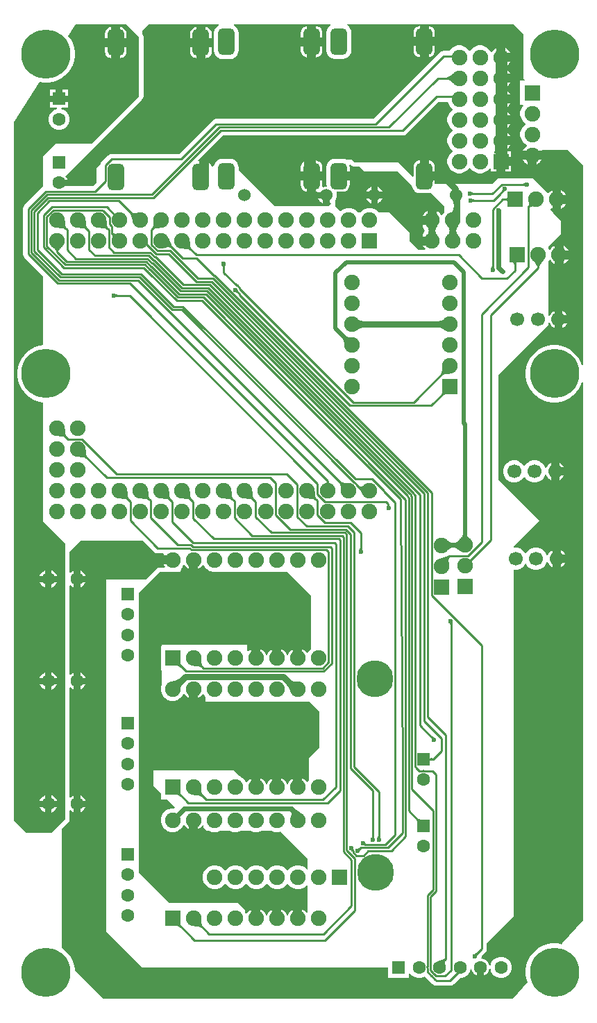
<source format=gbl>
G04*
G04 #@! TF.GenerationSoftware,Altium Limited,Altium Designer,24.2.2 (26)*
G04*
G04 Layer_Physical_Order=2*
G04 Layer_Color=16711680*
%FSLAX43Y43*%
%MOMM*%
G71*
G04*
G04 #@! TF.SameCoordinates,826AFC0B-8DA9-4817-B3A0-D4F6A81A9B3F*
G04*
G04*
G04 #@! TF.FilePolarity,Positive*
G04*
G01*
G75*
%ADD10C,0.600*%
%ADD13C,0.254*%
%ADD30C,1.700*%
%ADD48C,0.500*%
%ADD49C,0.800*%
%ADD52C,1.524*%
G04:AMPARAMS|DCode=53|XSize=3.2mm|YSize=2mm|CornerRadius=0.5mm|HoleSize=0mm|Usage=FLASHONLY|Rotation=90.000|XOffset=0mm|YOffset=0mm|HoleType=Round|Shape=RoundedRectangle|*
%AMROUNDEDRECTD53*
21,1,3.200,1.000,0,0,90.0*
21,1,2.200,2.000,0,0,90.0*
1,1,1.000,0.500,1.100*
1,1,1.000,0.500,-1.100*
1,1,1.000,-0.500,-1.100*
1,1,1.000,-0.500,1.100*
%
%ADD53ROUNDEDRECTD53*%
%ADD54R,1.900X1.900*%
%ADD55C,1.900*%
%ADD56R,1.600X1.600*%
%ADD57C,1.600*%
%ADD58R,1.900X1.900*%
%ADD59C,4.500*%
%ADD60R,1.600X1.600*%
%ADD61C,6.000*%
%ADD62C,0.600*%
%ADD63C,1.400*%
%ADD64C,1.200*%
G36*
X62250Y118471D02*
Y113000D01*
X62398Y112852D01*
X62349Y112735D01*
X61845D01*
Y109835D01*
X62168D01*
X62217Y109718D01*
X62135Y109635D01*
X61944Y109305D01*
X61845Y108936D01*
Y108554D01*
X61944Y108185D01*
X62135Y107855D01*
X62405Y107585D01*
X62492Y107535D01*
Y107408D01*
X62410Y107360D01*
X62140Y107090D01*
X61949Y106760D01*
X61850Y106391D01*
Y106009D01*
X61949Y105640D01*
X62140Y105310D01*
X62410Y105040D01*
X62666Y104892D01*
Y104745D01*
X62527Y104665D01*
X62295Y104433D01*
X62250Y104355D01*
D01*
X62169Y104215D01*
X63295D01*
X64450D01*
X64499Y104300D01*
X67575D01*
X69475Y102400D01*
Y100950D01*
Y78042D01*
X69348Y78022D01*
X69244Y78344D01*
X68993Y78834D01*
X68670Y79280D01*
X68280Y79670D01*
X67834Y79993D01*
X67344Y80244D01*
X66820Y80414D01*
X66275Y80500D01*
X65725D01*
X65180Y80414D01*
X64656Y80244D01*
X64166Y79993D01*
X63720Y79670D01*
X63330Y79280D01*
X63007Y78834D01*
X62756Y78344D01*
X62586Y77820D01*
X62500Y77275D01*
Y76725D01*
X62586Y76180D01*
X62756Y75656D01*
X63007Y75166D01*
X63330Y74720D01*
X63720Y74330D01*
X64166Y74007D01*
X64656Y73756D01*
X65180Y73586D01*
X65725Y73500D01*
X66275D01*
X66820Y73586D01*
X67344Y73756D01*
X67834Y74007D01*
X68280Y74330D01*
X68670Y74720D01*
X68993Y75166D01*
X69244Y75656D01*
X69348Y75978D01*
X69475Y75958D01*
Y10334D01*
X66956Y7500D01*
X66866Y7399D01*
X66820Y7414D01*
X66275Y7500D01*
X65725D01*
X65180Y7414D01*
X64656Y7244D01*
X64166Y6993D01*
X63720Y6670D01*
X63330Y6280D01*
X63007Y5834D01*
X62756Y5344D01*
X62586Y4820D01*
X62500Y4275D01*
Y3725D01*
X62586Y3180D01*
X62728Y2744D01*
X60966Y762D01*
X10922Y762D01*
X7500Y4184D01*
Y4275D01*
X7414Y4820D01*
X7244Y5344D01*
X6993Y5834D01*
X6670Y6280D01*
X6280Y6670D01*
X5969Y6896D01*
Y21504D01*
X6710Y22246D01*
X6821Y22411D01*
X6860Y22606D01*
Y23701D01*
X6987Y23754D01*
X7110Y23631D01*
X7361Y23486D01*
X7385Y23479D01*
Y24511D01*
Y25543D01*
X7361Y25536D01*
X7110Y25391D01*
X6987Y25268D01*
X6860Y25321D01*
Y38687D01*
X6987Y38740D01*
X7110Y38617D01*
X7361Y38472D01*
X7385Y38465D01*
Y39497D01*
Y40529D01*
X7361Y40522D01*
X7110Y40377D01*
X6987Y40254D01*
X6860Y40307D01*
Y51133D01*
X6987Y51186D01*
X7110Y51063D01*
X7361Y50918D01*
X7385Y50911D01*
Y51943D01*
Y52975D01*
X7361Y52968D01*
X7110Y52823D01*
X6987Y52700D01*
X6860Y52753D01*
Y55260D01*
X8275Y56675D01*
X15771D01*
X16946Y55500D01*
X17172Y55274D01*
X17379Y55135D01*
X17624Y55087D01*
X18329D01*
X18403Y54960D01*
X18334Y54841D01*
X19460D01*
Y53741D01*
X18334D01*
X18460Y53523D01*
X18506Y53477D01*
X18457Y53360D01*
X17925D01*
X17730Y53321D01*
X17565Y53211D01*
X16229Y51875D01*
X11366D01*
Y8953D01*
X15748Y4572D01*
X45700D01*
Y3275D01*
X48300D01*
Y3808D01*
X48423Y3841D01*
X48460Y3777D01*
X48702Y3535D01*
X48998Y3364D01*
X49329Y3275D01*
X49671D01*
X50002Y3364D01*
X50190Y3472D01*
X50503Y3145D01*
X50523Y3131D01*
X50538Y3113D01*
X50558Y3096D01*
X50573Y3075D01*
X50989Y2678D01*
X51002Y2670D01*
X51004Y2667D01*
X51006Y2665D01*
X51007Y2664D01*
X51012Y2658D01*
X51022Y2649D01*
X51148Y2523D01*
X51355Y2384D01*
X51600Y2336D01*
X53290D01*
X53535Y2384D01*
X53742Y2523D01*
X54494Y3275D01*
X54671D01*
X55002Y3364D01*
X55298Y3535D01*
X55540Y3777D01*
X55711Y4073D01*
X55788Y4358D01*
X55919D01*
X55975Y4150D01*
X56120Y3900D01*
X56325Y3695D01*
X56575Y3550D01*
X56600Y3543D01*
Y4575D01*
X57400D01*
Y3543D01*
X57425Y3550D01*
X57675Y3695D01*
X57880Y3900D01*
X58025Y4150D01*
X58081Y4358D01*
X58212D01*
X58289Y4073D01*
X58460Y3777D01*
X58702Y3535D01*
X58998Y3364D01*
X59329Y3275D01*
X59671D01*
X60002Y3364D01*
X60298Y3535D01*
X60540Y3777D01*
X60711Y4073D01*
X60800Y4404D01*
Y4746D01*
X60711Y5077D01*
X60540Y5373D01*
X60298Y5615D01*
X60002Y5786D01*
X59671Y5875D01*
X59329D01*
X58998Y5786D01*
X58702Y5615D01*
X58460Y5373D01*
X58289Y5077D01*
X58212Y4792D01*
X58081D01*
X58025Y5000D01*
X57880Y5250D01*
X57675Y5455D01*
X57425Y5600D01*
X57145Y5675D01*
X57096Y5738D01*
X57125Y5845D01*
Y5940D01*
X57577Y6392D01*
X57716Y6599D01*
X57764Y6844D01*
Y7472D01*
X61087Y10795D01*
Y53092D01*
X61097Y53100D01*
X61453D01*
X61796Y53192D01*
X62104Y53370D01*
X62355Y53621D01*
X62461Y53805D01*
X62589D01*
X62695Y53621D01*
X62946Y53370D01*
X63254Y53192D01*
X63597Y53100D01*
X63953D01*
X64296Y53192D01*
X64604Y53370D01*
X64855Y53621D01*
X65033Y53929D01*
X65063Y54040D01*
X65194D01*
X65203Y54006D01*
X65355Y53744D01*
X65569Y53530D01*
X65775Y53411D01*
Y54450D01*
Y55489D01*
X65569Y55370D01*
X65355Y55156D01*
X65203Y54894D01*
X65194Y54860D01*
X65063D01*
X65033Y54971D01*
X64855Y55279D01*
X64604Y55530D01*
X64296Y55708D01*
X63953Y55800D01*
X63597D01*
X63254Y55708D01*
X62946Y55530D01*
X62695Y55279D01*
X62589Y55095D01*
X62461D01*
X62355Y55279D01*
X62104Y55530D01*
X61796Y55708D01*
X61453Y55800D01*
X61097D01*
X61087Y55808D01*
Y55994D01*
X64205Y59112D01*
X59309Y64008D01*
X59182D01*
Y76838D01*
X63179Y80836D01*
X65250Y82906D01*
Y83090D01*
X65258Y83104D01*
X65288Y83215D01*
X65419D01*
X65428Y83181D01*
X65580Y82919D01*
X65794Y82705D01*
X66000Y82586D01*
Y83625D01*
Y84664D01*
X65794Y84545D01*
X65580Y84331D01*
X65428Y84069D01*
X65419Y84035D01*
X65288D01*
X65258Y84146D01*
X65250Y84160D01*
Y90696D01*
X65356Y90880D01*
X65502Y90881D01*
X65585Y90738D01*
X65818Y90505D01*
X66035Y90379D01*
Y91505D01*
Y92631D01*
X65818Y92505D01*
X65585Y92273D01*
X65500Y92125D01*
X65353D01*
X65250Y92304D01*
Y92500D01*
X66802Y94052D01*
Y95698D01*
X65901Y96599D01*
X65500Y97000D01*
Y97124D01*
X65627Y97197D01*
X65745Y97129D01*
Y98255D01*
Y99381D01*
X65528Y99255D01*
X65295Y99023D01*
X65235Y99015D01*
X63425Y100825D01*
X62874D01*
X62780Y100850D01*
X62570D01*
X62476Y100825D01*
X59100D01*
X58425Y100150D01*
X51432D01*
Y100575D01*
X51293D01*
X51252Y100550D01*
X51195Y100498D01*
X51155Y100438D01*
X51131Y100370D01*
X51123Y100294D01*
Y100575D01*
X50125D01*
Y101125D01*
X49575D01*
Y103025D01*
X49416Y103004D01*
X49222Y102924D01*
X49054Y102796D01*
X48926Y102628D01*
X48846Y102434D01*
X48818Y102225D01*
Y101048D01*
X48701Y100999D01*
X46950Y102750D01*
X41678D01*
X41304Y103123D01*
X40669D01*
X40486Y103199D01*
X40225Y103234D01*
X39225D01*
X38964Y103199D01*
X38721Y103099D01*
X38512Y102938D01*
X38352Y102729D01*
X38251Y102486D01*
X38216Y102225D01*
Y100025D01*
X38229Y99932D01*
X38145Y99837D01*
X38060D01*
X37801Y99768D01*
X37760Y99791D01*
X37687Y99852D01*
X37707Y100000D01*
Y100550D01*
X36950D01*
Y99200D01*
X37088Y99218D01*
X37145Y99175D01*
X38200D01*
Y98775D01*
X38600D01*
Y97783D01*
X38610Y97785D01*
X38718Y97848D01*
X38796Y97746D01*
X38450Y97400D01*
X38425Y97425D01*
X31925Y97425D01*
X31425Y97925D01*
X27509Y101841D01*
Y102200D01*
X27474Y102461D01*
X27374Y102704D01*
X27213Y102913D01*
X27004Y103074D01*
X26761Y103174D01*
X26500Y103209D01*
X25500D01*
X25239Y103174D01*
X24996Y103074D01*
X24787Y102913D01*
X24626Y102704D01*
X24554Y102529D01*
X24297Y102272D01*
X24172Y102327D01*
X24099Y102503D01*
X23971Y102671D01*
X23803Y102799D01*
X23609Y102879D01*
X23400Y102907D01*
X22608D01*
X22559Y103024D01*
X25576Y106041D01*
X47498D01*
X47743Y106089D01*
X47950Y106228D01*
X51873Y110151D01*
X52998D01*
X53049Y109960D01*
X53240Y109630D01*
X53510Y109360D01*
X53590Y109313D01*
Y109187D01*
X53510Y109140D01*
X53240Y108870D01*
X53049Y108540D01*
X52950Y108171D01*
Y107789D01*
X53049Y107420D01*
X53240Y107090D01*
X53510Y106820D01*
X53590Y106773D01*
Y106646D01*
X53510Y106600D01*
X53240Y106330D01*
X53049Y106000D01*
X52950Y105631D01*
Y105249D01*
X53049Y104880D01*
X53240Y104550D01*
X53510Y104280D01*
X53590Y104233D01*
Y104106D01*
X53510Y104060D01*
X53240Y103790D01*
X53049Y103460D01*
X52950Y103091D01*
Y102709D01*
X53049Y102340D01*
X53240Y102010D01*
X53510Y101740D01*
X53840Y101549D01*
X54209Y101450D01*
X54591D01*
X54960Y101549D01*
X55290Y101740D01*
X55560Y102010D01*
X55586Y102055D01*
X55606Y102090D01*
X55734D01*
X55780Y102010D01*
X56050Y101740D01*
X56380Y101549D01*
X56749Y101450D01*
X57131D01*
X57500Y101549D01*
X57830Y101740D01*
X58100Y102010D01*
X58103Y102014D01*
X58107Y102022D01*
X58230Y101989D01*
Y101650D01*
X58930D01*
Y102900D01*
X59480D01*
Y103450D01*
X60730D01*
Y104150D01*
X60266D01*
X60282Y104071D01*
X60311Y103973D01*
X60345Y103903D01*
X60384Y103861D01*
X60427Y103847D01*
X58533D01*
X58584Y103861D01*
X58629Y103903D01*
X58669Y103973D01*
X58704Y104071D01*
X58733Y104197D01*
X58757Y104351D01*
X58776Y104533D01*
X58797Y104981D01*
X58800Y105247D01*
X59480D01*
Y105249D01*
Y105990D01*
X60606D01*
X60480Y106208D01*
X60248Y106440D01*
X59962Y106605D01*
X59815Y106644D01*
Y106776D01*
X59962Y106815D01*
X60248Y106980D01*
X60480Y107212D01*
X60606Y107430D01*
X59480D01*
Y108530D01*
X60606D01*
X60480Y108748D01*
X60248Y108980D01*
X59962Y109145D01*
X59815Y109184D01*
Y109316D01*
X59962Y109355D01*
X60248Y109520D01*
X60480Y109752D01*
X60606Y109970D01*
X59480D01*
Y111070D01*
X60606D01*
X60480Y111288D01*
X60248Y111520D01*
X59962Y111685D01*
X59815Y111724D01*
Y111856D01*
X59962Y111895D01*
X60248Y112060D01*
X60480Y112292D01*
X60606Y112510D01*
X59480D01*
Y113610D01*
X60606D01*
X60480Y113828D01*
X60248Y114060D01*
X59962Y114225D01*
X59815Y114264D01*
Y114396D01*
X59962Y114435D01*
X60248Y114600D01*
X60480Y114832D01*
X60606Y115050D01*
X59480D01*
Y115600D01*
X58930D01*
Y116726D01*
X58712Y116600D01*
X58480Y116368D01*
X58399Y116227D01*
X58252D01*
X58100Y116490D01*
X57830Y116760D01*
X57500Y116951D01*
X57131Y117050D01*
X56749D01*
X56380Y116951D01*
X56050Y116760D01*
X55780Y116490D01*
X55734Y116410D01*
X55606D01*
X55560Y116490D01*
X55290Y116760D01*
X54960Y116951D01*
X54591Y117050D01*
X54209D01*
X53840Y116951D01*
X53510Y116760D01*
X53240Y116490D01*
X53181Y116389D01*
X52504D01*
X52259Y116341D01*
X52052Y116202D01*
X43927Y108077D01*
X24761D01*
X24516Y108029D01*
X24309Y107890D01*
X20233Y103814D01*
X12012D01*
X11767Y103766D01*
X11559Y103627D01*
X10796Y102864D01*
X10657Y102656D01*
X10651Y102626D01*
X10125Y102100D01*
Y100304D01*
X9696Y99875D01*
X6720D01*
X6710Y99887D01*
X5588D01*
Y100688D01*
X6619D01*
X6613Y100712D01*
X6468Y100963D01*
X6365Y101065D01*
X6787Y101488D01*
X6887D01*
Y101588D01*
X15700Y110400D01*
Y110455D01*
X15727Y110482D01*
X15838Y110647D01*
X15877Y110842D01*
Y118110D01*
X15838Y118305D01*
X15727Y118470D01*
Y118802D01*
X16550Y119625D01*
X18787D01*
X18796Y119634D01*
X25051D01*
X25077Y119507D01*
X24996Y119474D01*
X24787Y119313D01*
X24626Y119104D01*
X24526Y118861D01*
X24491Y118600D01*
Y116400D01*
X24526Y116139D01*
X24626Y115896D01*
X24787Y115687D01*
X24996Y115527D01*
X25239Y115426D01*
X25500Y115391D01*
X26500D01*
X26761Y115426D01*
X27004Y115527D01*
X27213Y115687D01*
X27374Y115896D01*
X27474Y116139D01*
X27509Y116400D01*
Y118600D01*
X27474Y118861D01*
X27374Y119104D01*
X27213Y119313D01*
X27004Y119474D01*
X26923Y119507D01*
X26949Y119634D01*
X38716D01*
X38741Y119507D01*
X38721Y119498D01*
X38512Y119338D01*
X38352Y119129D01*
X38251Y118886D01*
X38216Y118625D01*
Y116425D01*
X38251Y116164D01*
X38352Y115921D01*
X38512Y115712D01*
X38721Y115551D01*
X38964Y115451D01*
X39225Y115416D01*
X40225D01*
X40486Y115451D01*
X40729Y115551D01*
X40938Y115712D01*
X41098Y115921D01*
X41199Y116164D01*
X41234Y116425D01*
Y118625D01*
X41199Y118886D01*
X41098Y119129D01*
X40938Y119338D01*
X40729Y119498D01*
X40709Y119507D01*
X40734Y119634D01*
X61087D01*
X62250Y118471D01*
D02*
G37*
G36*
X15367Y118110D02*
Y110842D01*
X9625Y105100D01*
X5150D01*
X3625Y103575D01*
X3659Y99792D01*
X3503Y99688D01*
X1373Y97558D01*
X1234Y97350D01*
X1186Y97106D01*
Y91623D01*
X1234Y91378D01*
X1373Y91171D01*
X3683Y88861D01*
Y80493D01*
X3180Y80414D01*
X2656Y80244D01*
X2166Y79993D01*
X1720Y79670D01*
X1330Y79280D01*
X1007Y78834D01*
X756Y78344D01*
X586Y77820D01*
X500Y77275D01*
Y76725D01*
X586Y76180D01*
X756Y75656D01*
X1007Y75166D01*
X1330Y74720D01*
X1720Y74330D01*
X2166Y74007D01*
X2656Y73756D01*
X3180Y73586D01*
X3683Y73507D01*
Y58928D01*
X4826Y57785D01*
X5207Y57404D01*
X6350Y56261D01*
Y22606D01*
X4699Y20955D01*
X1651D01*
X127Y22479D01*
Y107646D01*
X3212Y112581D01*
X3725Y112500D01*
X4275D01*
X4820Y112586D01*
X5344Y112756D01*
X5834Y113007D01*
X6280Y113330D01*
X6670Y113720D01*
X6993Y114166D01*
X7244Y114656D01*
X7414Y115180D01*
X7500Y115725D01*
Y116275D01*
X7414Y116820D01*
X7244Y117344D01*
X6993Y117834D01*
X6726Y118203D01*
X7620Y119634D01*
X13843D01*
X15367Y118110D01*
D02*
G37*
G36*
X53722Y112395D02*
X53618Y112497D01*
X53425Y112669D01*
X53335Y112739D01*
X53250Y112799D01*
X53169Y112847D01*
X53092Y112885D01*
X53020Y112911D01*
X52952Y112928D01*
X52889Y112933D01*
Y113187D01*
X52952Y113192D01*
X53020Y113209D01*
X53092Y113235D01*
X53169Y113273D01*
X53250Y113322D01*
X53335Y113381D01*
X53425Y113451D01*
X53618Y113623D01*
X53722Y113725D01*
Y112395D01*
D02*
G37*
G36*
X62444Y99859D02*
X62428Y99876D01*
X62411Y99891D01*
X62392Y99904D01*
X62371Y99916D01*
X62349Y99926D01*
X62325Y99934D01*
X62300Y99940D01*
X62272Y99944D01*
X62243Y99947D01*
X62213Y99948D01*
X62236Y100202D01*
X62267Y100203D01*
X62296Y100205D01*
X62324Y100209D01*
X62350Y100214D01*
X62375Y100221D01*
X62398Y100229D01*
X62421Y100239D01*
X62441Y100250D01*
X62461Y100263D01*
X62479Y100277D01*
X62444Y99859D01*
D02*
G37*
G36*
X59981Y99223D02*
X59958Y99222D01*
X59935Y99219D01*
X59912Y99214D01*
X59889Y99206D01*
X59866Y99196D01*
X59843Y99184D01*
X59821Y99170D01*
X59799Y99153D01*
X59776Y99135D01*
X59754Y99114D01*
X59575Y99293D01*
X59595Y99315D01*
X59614Y99338D01*
X59631Y99360D01*
X59645Y99383D01*
X59657Y99405D01*
X59667Y99428D01*
X59674Y99451D01*
X59680Y99474D01*
X59683Y99497D01*
X59684Y99520D01*
X59981Y99223D01*
D02*
G37*
G36*
X55981Y99144D02*
X56000Y99130D01*
X56020Y99118D01*
X56041Y99107D01*
X56064Y99098D01*
X56089Y99090D01*
X56115Y99084D01*
X56142Y99080D01*
X56171Y99078D01*
X56202Y99077D01*
Y98823D01*
X56171Y98822D01*
X56142Y98820D01*
X56115Y98816D01*
X56089Y98810D01*
X56064Y98802D01*
X56041Y98793D01*
X56020Y98782D01*
X56000Y98770D01*
X55981Y98756D01*
X55964Y98740D01*
Y99160D01*
X55981Y99144D01*
D02*
G37*
G36*
X60266Y97996D02*
X60264Y98020D01*
X60256Y98042D01*
X60243Y98061D01*
X60225Y98077D01*
X60202Y98091D01*
X60174Y98103D01*
X60140Y98112D01*
X60102Y98118D01*
X60058Y98122D01*
X60009Y98123D01*
Y98377D01*
X60058Y98378D01*
X60102Y98382D01*
X60140Y98388D01*
X60174Y98397D01*
X60202Y98409D01*
X60225Y98423D01*
X60243Y98439D01*
X60256Y98458D01*
X60264Y98480D01*
X60266Y98504D01*
Y97996D01*
D02*
G37*
G36*
X56031Y98319D02*
X56050Y98305D01*
X56070Y98293D01*
X56091Y98282D01*
X56114Y98273D01*
X56139Y98265D01*
X56165Y98259D01*
X56192Y98255D01*
X56221Y98253D01*
X56252Y98252D01*
Y97998D01*
X56221Y97997D01*
X56192Y97995D01*
X56165Y97991D01*
X56139Y97985D01*
X56114Y97977D01*
X56091Y97968D01*
X56070Y97957D01*
X56050Y97945D01*
X56031Y97931D01*
X56014Y97915D01*
Y98335D01*
X56031Y98319D01*
D02*
G37*
G36*
X54577Y98244D02*
X54556Y98209D01*
X54537Y98168D01*
X54520Y98120D01*
X54506Y98067D01*
X54495Y98008D01*
X54486Y97942D01*
X54476Y97794D01*
X54475Y97710D01*
X53675Y97679D01*
X53674Y97763D01*
X53662Y97911D01*
X53653Y97976D01*
X53640Y98034D01*
X53625Y98087D01*
X53606Y98134D01*
X53585Y98175D01*
X53561Y98210D01*
X53535Y98239D01*
X54601Y98274D01*
X54577Y98244D01*
D02*
G37*
G36*
X63400Y97367D02*
X63349Y97384D01*
X63300Y97395D01*
X63252Y97399D01*
X63205Y97398D01*
X63158Y97390D01*
X63113Y97377D01*
X63068Y97357D01*
X63024Y97331D01*
X62982Y97299D01*
X62940Y97260D01*
X62760Y97440D01*
X62799Y97482D01*
X62831Y97524D01*
X62857Y97568D01*
X62877Y97613D01*
X62890Y97658D01*
X62898Y97705D01*
X62900Y97752D01*
X62895Y97800D01*
X62884Y97849D01*
X62867Y97900D01*
X63400Y97367D01*
D02*
G37*
G36*
X41317Y102390D02*
X41483Y102279D01*
X41678Y102240D01*
X42236D01*
X42776Y101700D01*
X46850D01*
X48621Y99987D01*
X48651Y99764D01*
X48751Y99521D01*
X48912Y99312D01*
X49121Y99151D01*
X49364Y99051D01*
X49625Y99016D01*
X50625D01*
X50886Y99051D01*
X50948Y99077D01*
X51877Y98148D01*
X52563Y97462D01*
Y96714D01*
X52475Y96625D01*
X52323Y96362D01*
X52176D01*
X52095Y96503D01*
X51863Y96735D01*
X51645Y96861D01*
Y95735D01*
X51095D01*
Y95185D01*
X49946D01*
X49941Y95163D01*
X49921Y95076D01*
X49922Y95066D01*
X49920Y95057D01*
X49938Y94968D01*
X49952Y94879D01*
X49957Y94871D01*
X49959Y94861D01*
X50009Y94787D01*
X50056Y94710D01*
X50090Y94673D01*
X50106Y94653D01*
X50120Y94629D01*
X50134Y94602D01*
X50148Y94569D01*
X50160Y94530D01*
X50170Y94484D01*
X50173Y94465D01*
X50170Y94446D01*
X50160Y94400D01*
X50148Y94361D01*
X50134Y94328D01*
X50120Y94301D01*
X50106Y94277D01*
X50090Y94257D01*
X50056Y94220D01*
X50009Y94143D01*
X49959Y94069D01*
X49957Y94059D01*
X49952Y94051D01*
X49938Y93962D01*
X49920Y93873D01*
X49922Y93864D01*
X49921Y93854D01*
X49941Y93767D01*
X49946Y93745D01*
X51095D01*
Y92645D01*
X49969D01*
X50095Y92427D01*
X50281Y92241D01*
X50228Y92114D01*
X49386D01*
X48325Y93175D01*
Y94250D01*
X45915Y96660D01*
X44605D01*
X44365Y96900D01*
X44035Y97091D01*
X43666Y97190D01*
X43284D01*
X42915Y97091D01*
X42585Y96900D01*
X42345Y96660D01*
X42065D01*
X41825Y96900D01*
X41495Y97091D01*
X41126Y97190D01*
X40744D01*
X40375Y97091D01*
X40045Y96900D01*
X39972Y96828D01*
X39845Y96828D01*
X39275Y97405D01*
Y97590D01*
X39280Y97617D01*
X39302Y97680D01*
X39300Y97713D01*
X39306Y97746D01*
X39293Y97812D01*
X39289Y97878D01*
X39275Y97906D01*
Y98113D01*
X39376Y98288D01*
X39462Y98609D01*
Y98941D01*
X39415Y99117D01*
X39492Y99218D01*
X40225D01*
X40434Y99246D01*
X40628Y99326D01*
X40796Y99454D01*
X40924Y99622D01*
X41004Y99816D01*
X41032Y100025D01*
Y100575D01*
X39725D01*
Y101675D01*
X41032D01*
Y102225D01*
X41007Y102415D01*
X41016Y102449D01*
X41094Y102550D01*
X41152Y102555D01*
X41317Y102390D01*
D02*
G37*
G36*
X54475Y97147D02*
X54530Y96055D01*
X53360Y96644D01*
X53420Y96668D01*
X53473Y96699D01*
X53521Y96739D01*
X53562Y96788D01*
X53596Y96844D01*
X53625Y96910D01*
X53647Y96983D01*
X53662Y97065D01*
X53672Y97155D01*
X53675Y97254D01*
X54475Y97147D01*
D02*
G37*
G36*
X14454Y96704D02*
X14516Y96667D01*
X14587Y96638D01*
X14665Y96617D01*
X14752Y96604D01*
X14847Y96600D01*
X14951Y96603D01*
X15062Y96615D01*
X15182Y96635D01*
X15311Y96663D01*
X14608Y95534D01*
X14571Y95694D01*
X14395Y96293D01*
X14361Y96372D01*
X14328Y96437D01*
X14295Y96489D01*
X14263Y96528D01*
X14401Y96750D01*
X14454Y96704D01*
D02*
G37*
G36*
X18066Y94790D02*
X17920Y94789D01*
X17662Y94774D01*
X17549Y94760D01*
X17446Y94742D01*
X17355Y94719D01*
X17274Y94691D01*
X17204Y94659D01*
X17145Y94622D01*
X17096Y94581D01*
X16916Y94761D01*
X16957Y94810D01*
X16994Y94869D01*
X17026Y94939D01*
X17054Y95020D01*
X17077Y95111D01*
X17095Y95214D01*
X17109Y95327D01*
X17124Y95585D01*
X17125Y95730D01*
X18066Y94790D01*
D02*
G37*
G36*
X11406Y95585D02*
X11421Y95327D01*
X11435Y95214D01*
X11453Y95111D01*
X11476Y95020D01*
X11504Y94939D01*
X11536Y94869D01*
X11573Y94810D01*
X11614Y94761D01*
X11434Y94581D01*
X11385Y94622D01*
X11326Y94659D01*
X11256Y94691D01*
X11175Y94719D01*
X11084Y94742D01*
X10981Y94760D01*
X10868Y94774D01*
X10610Y94789D01*
X10465Y94790D01*
X11405Y95730D01*
X11406Y95585D01*
D02*
G37*
G36*
X8866D02*
X8881Y95327D01*
X8895Y95214D01*
X8913Y95111D01*
X8936Y95020D01*
X8964Y94939D01*
X8996Y94869D01*
X9033Y94810D01*
X9074Y94761D01*
X8894Y94581D01*
X8845Y94622D01*
X8786Y94659D01*
X8716Y94691D01*
X8635Y94719D01*
X8544Y94742D01*
X8441Y94760D01*
X8328Y94774D01*
X8070Y94789D01*
X7924Y94790D01*
X8865Y95730D01*
X8866Y95585D01*
D02*
G37*
G36*
X6326D02*
X6341Y95327D01*
X6355Y95214D01*
X6373Y95111D01*
X6396Y95020D01*
X6424Y94939D01*
X6456Y94869D01*
X6493Y94810D01*
X6534Y94761D01*
X6354Y94581D01*
X6305Y94622D01*
X6246Y94659D01*
X6176Y94691D01*
X6095Y94719D01*
X6004Y94742D01*
X5901Y94760D01*
X5788Y94774D01*
X5530Y94789D01*
X5385Y94790D01*
X6325Y95730D01*
X6326Y95585D01*
D02*
G37*
G36*
X54250Y95002D02*
X54205Y94943D01*
X54165Y94880D01*
X54130Y94811D01*
X54101Y94738D01*
X54077Y94661D01*
X54059Y94578D01*
X54046Y94491D01*
X54043Y94465D01*
X54046Y94439D01*
X54059Y94352D01*
X54077Y94269D01*
X54101Y94192D01*
X54130Y94119D01*
X54165Y94050D01*
X54205Y93987D01*
X54250Y93928D01*
X54300Y93873D01*
X52970D01*
X53020Y93928D01*
X53065Y93987D01*
X53105Y94050D01*
X53140Y94119D01*
X53169Y94192D01*
X53193Y94269D01*
X53211Y94352D01*
X53224Y94439D01*
X53227Y94465D01*
X53224Y94491D01*
X53211Y94578D01*
X53193Y94661D01*
X53169Y94738D01*
X53140Y94811D01*
X53105Y94880D01*
X53065Y94943D01*
X53020Y95002D01*
X52970Y95057D01*
X54300D01*
X54250Y95002D01*
D02*
G37*
G36*
X51710D02*
X51665Y94943D01*
X51625Y94880D01*
X51590Y94811D01*
X51561Y94738D01*
X51537Y94661D01*
X51519Y94578D01*
X51506Y94491D01*
X51503Y94465D01*
X51506Y94439D01*
X51519Y94352D01*
X51537Y94269D01*
X51561Y94192D01*
X51590Y94119D01*
X51625Y94050D01*
X51665Y93987D01*
X51710Y93928D01*
X51760Y93873D01*
X50430D01*
X50480Y93928D01*
X50525Y93987D01*
X50565Y94050D01*
X50600Y94119D01*
X50629Y94192D01*
X50653Y94269D01*
X50671Y94352D01*
X50684Y94439D01*
X50687Y94465D01*
X50684Y94491D01*
X50671Y94578D01*
X50653Y94661D01*
X50629Y94738D01*
X50600Y94811D01*
X50565Y94880D01*
X50525Y94943D01*
X50480Y95002D01*
X50430Y95057D01*
X51760D01*
X51710Y95002D01*
D02*
G37*
G36*
X12186Y94194D02*
X12236Y94158D01*
X12288Y94128D01*
X12343Y94106D01*
X12400Y94090D01*
X12460Y94080D01*
X12523Y94078D01*
X12588Y94082D01*
X12655Y94093D01*
X12725Y94111D01*
X12084Y93470D01*
X12102Y93540D01*
X12113Y93607D01*
X12117Y93672D01*
X12115Y93735D01*
X12105Y93795D01*
X12089Y93852D01*
X12067Y93907D01*
X12037Y93959D01*
X12001Y94009D01*
X11959Y94057D01*
X12138Y94236D01*
X12186Y94194D01*
D02*
G37*
G36*
X19392Y92538D02*
X19281Y92289D01*
X19226Y92336D01*
X19163Y92373D01*
X19094Y92401D01*
X19019Y92418D01*
X18936Y92426D01*
X18846Y92423D01*
X18750Y92411D01*
X18647Y92389D01*
X18537Y92357D01*
X18420Y92315D01*
X18967Y93527D01*
X19392Y92538D01*
D02*
G37*
G36*
X21566Y93045D02*
X21581Y92787D01*
X21595Y92674D01*
X21613Y92571D01*
X21636Y92480D01*
X21664Y92399D01*
X21696Y92329D01*
X21733Y92270D01*
X21774Y92221D01*
X21594Y92041D01*
X21545Y92082D01*
X21486Y92119D01*
X21416Y92151D01*
X21335Y92179D01*
X21244Y92202D01*
X21141Y92220D01*
X21028Y92234D01*
X20770Y92249D01*
X20625Y92250D01*
X21565Y93190D01*
X21566Y93045D01*
D02*
G37*
G36*
X5801Y92343D02*
X5738Y92295D01*
X5683Y92244D01*
X5635Y92191D01*
X5594Y92136D01*
X5561Y92078D01*
X5535Y92018D01*
X5517Y91956D01*
X5506Y91892D01*
X5502Y91825D01*
X5248D01*
X5244Y91892D01*
X5233Y91956D01*
X5215Y92018D01*
X5189Y92078D01*
X5156Y92136D01*
X5115Y92191D01*
X5067Y92244D01*
X5012Y92295D01*
X4949Y92343D01*
X4879Y92390D01*
X5871D01*
X5801Y92343D01*
D02*
G37*
G36*
X61405Y90551D02*
X61383Y90543D01*
X61364Y90530D01*
X61348Y90512D01*
X61334Y90490D01*
X61322Y90462D01*
X61313Y90429D01*
X61307Y90390D01*
X61303Y90347D01*
X61302Y90299D01*
X61048D01*
X61047Y90347D01*
X61043Y90390D01*
X61037Y90429D01*
X61028Y90462D01*
X61016Y90490D01*
X61002Y90512D01*
X60986Y90530D01*
X60967Y90543D01*
X60945Y90551D01*
X60921Y90553D01*
X61429D01*
X61405Y90551D01*
D02*
G37*
G36*
X64603Y90718D02*
X64431Y90525D01*
X64361Y90435D01*
X64301Y90350D01*
X64253Y90269D01*
X64215Y90192D01*
X64189Y90120D01*
X64172Y90052D01*
X64167Y89989D01*
X63913D01*
X63908Y90052D01*
X63891Y90120D01*
X63865Y90192D01*
X63827Y90269D01*
X63778Y90350D01*
X63719Y90435D01*
X63649Y90525D01*
X63477Y90718D01*
X63375Y90822D01*
X64705D01*
X64603Y90718D01*
D02*
G37*
G36*
X25869Y90194D02*
X25855Y90175D01*
X25843Y90155D01*
X25832Y90134D01*
X25823Y90111D01*
X25815Y90086D01*
X25809Y90060D01*
X25805Y90033D01*
X25803Y90004D01*
X25802Y89973D01*
X25548D01*
X25547Y90004D01*
X25545Y90033D01*
X25541Y90060D01*
X25535Y90086D01*
X25527Y90111D01*
X25518Y90134D01*
X25507Y90155D01*
X25495Y90175D01*
X25481Y90194D01*
X25465Y90211D01*
X25885D01*
X25869Y90194D01*
D02*
G37*
G36*
X58628Y90073D02*
X58630Y90044D01*
X58634Y90017D01*
X58640Y89991D01*
X58648Y89966D01*
X58657Y89943D01*
X58668Y89922D01*
X58680Y89902D01*
X58694Y89883D01*
X58710Y89866D01*
X58290D01*
X58306Y89883D01*
X58320Y89902D01*
X58332Y89922D01*
X58343Y89943D01*
X58352Y89966D01*
X58360Y89991D01*
X58366Y90017D01*
X58370Y90044D01*
X58372Y90073D01*
X58373Y90104D01*
X58627D01*
X58628Y90073D01*
D02*
G37*
G36*
X27390Y87213D02*
X27393Y87190D01*
X27398Y87167D01*
X27406Y87144D01*
X27416Y87121D01*
X27428Y87098D01*
X27442Y87076D01*
X27458Y87054D01*
X27477Y87031D01*
X27498Y87009D01*
X27318Y86830D01*
X27296Y86851D01*
X27274Y86869D01*
X27252Y86886D01*
X27229Y86900D01*
X27207Y86912D01*
X27184Y86922D01*
X27161Y86929D01*
X27138Y86935D01*
X27115Y86938D01*
X27092Y86939D01*
X27389Y87236D01*
X27390Y87213D01*
D02*
G37*
G36*
X12481Y86719D02*
X12500Y86705D01*
X12520Y86693D01*
X12541Y86682D01*
X12564Y86673D01*
X12589Y86665D01*
X12615Y86659D01*
X12642Y86655D01*
X12671Y86653D01*
X12702Y86652D01*
Y86398D01*
X12671Y86397D01*
X12642Y86395D01*
X12615Y86391D01*
X12589Y86385D01*
X12564Y86377D01*
X12541Y86368D01*
X12520Y86357D01*
X12500Y86345D01*
X12481Y86331D01*
X12464Y86315D01*
Y86735D01*
X12481Y86719D01*
D02*
G37*
G36*
X52597Y82355D02*
X52542Y82405D01*
X52483Y82450D01*
X52420Y82490D01*
X52351Y82525D01*
X52278Y82554D01*
X52201Y82578D01*
X52118Y82596D01*
X52031Y82609D01*
X51940Y82617D01*
X51843Y82620D01*
Y83420D01*
X51940Y83423D01*
X52031Y83431D01*
X52118Y83444D01*
X52201Y83462D01*
X52278Y83486D01*
X52351Y83515D01*
X52420Y83550D01*
X52483Y83590D01*
X52542Y83635D01*
X52597Y83685D01*
Y82355D01*
D02*
G37*
G36*
X42058Y83635D02*
X42117Y83590D01*
X42180Y83550D01*
X42249Y83515D01*
X42322Y83486D01*
X42399Y83462D01*
X42482Y83444D01*
X42569Y83431D01*
X42660Y83423D01*
X42757Y83420D01*
Y82620D01*
X42660Y82617D01*
X42569Y82609D01*
X42482Y82596D01*
X42399Y82578D01*
X42322Y82554D01*
X42249Y82525D01*
X42180Y82490D01*
X42117Y82450D01*
X42058Y82405D01*
X42003Y82355D01*
Y83685D01*
X42058Y83635D01*
D02*
G37*
G36*
X40510Y81659D02*
X40576Y81611D01*
X40648Y81569D01*
X40725Y81532D01*
X40809Y81502D01*
X40898Y81477D01*
X40994Y81458D01*
X41095Y81444D01*
X41202Y81437D01*
X41315Y81435D01*
X40375Y80495D01*
X40373Y80608D01*
X40366Y80715D01*
X40352Y80816D01*
X40333Y80912D01*
X40308Y81001D01*
X40278Y81085D01*
X40241Y81162D01*
X40199Y81234D01*
X40151Y81300D01*
X40097Y81359D01*
X40451Y81713D01*
X40510Y81659D01*
D02*
G37*
G36*
X53265Y76990D02*
X53120Y76989D01*
X52862Y76974D01*
X52749Y76960D01*
X52646Y76942D01*
X52555Y76919D01*
X52474Y76891D01*
X52404Y76859D01*
X52345Y76822D01*
X52296Y76781D01*
X52116Y76961D01*
X52157Y77010D01*
X52194Y77069D01*
X52226Y77139D01*
X52254Y77220D01*
X52277Y77311D01*
X52295Y77414D01*
X52309Y77527D01*
X52324Y77785D01*
X52325Y77930D01*
X53265Y76990D01*
D02*
G37*
G36*
X52687Y74453D02*
X52667Y74467D01*
X52644Y74475D01*
X52617D01*
X52587Y74467D01*
X52553Y74453D01*
X52515Y74432D01*
X52474Y74403D01*
X52429Y74367D01*
X52328Y74273D01*
X52148Y74453D01*
X52199Y74505D01*
X52278Y74599D01*
X52306Y74640D01*
X52328Y74678D01*
X52342Y74712D01*
X52350Y74742D01*
Y74769D01*
X52342Y74793D01*
X52328Y74812D01*
X52687Y74453D01*
D02*
G37*
G36*
X6326Y70185D02*
X6341Y69927D01*
X6355Y69814D01*
X6373Y69711D01*
X6396Y69620D01*
X6424Y69539D01*
X6456Y69469D01*
X6493Y69410D01*
X6534Y69361D01*
X6354Y69181D01*
X6305Y69222D01*
X6246Y69259D01*
X6176Y69291D01*
X6095Y69319D01*
X6004Y69342D01*
X5901Y69360D01*
X5788Y69374D01*
X5530Y69389D01*
X5385Y69390D01*
X6325Y70330D01*
X6326Y70185D01*
D02*
G37*
G36*
X8866Y67645D02*
X8881Y67387D01*
X8895Y67274D01*
X8913Y67171D01*
X8936Y67080D01*
X8964Y66999D01*
X8996Y66929D01*
X9033Y66870D01*
X9074Y66821D01*
X8894Y66641D01*
X8845Y66682D01*
X8786Y66719D01*
X8716Y66751D01*
X8635Y66779D01*
X8544Y66802D01*
X8441Y66820D01*
X8328Y66834D01*
X8070Y66849D01*
X7924Y66850D01*
X8865Y67790D01*
X8866Y67645D01*
D02*
G37*
G36*
X38501Y63859D02*
X38506Y63819D01*
X38513Y63783D01*
X38523Y63751D01*
X38536Y63723D01*
X38552Y63698D01*
X38571Y63677D01*
X38593Y63660D01*
X38617Y63646D01*
X38645Y63637D01*
X38103Y63624D01*
X38130Y63635D01*
X38154Y63650D01*
X38176Y63668D01*
X38194Y63691D01*
X38210Y63717D01*
X38223Y63746D01*
X38233Y63780D01*
X38240Y63817D01*
X38244Y63858D01*
X38246Y63902D01*
X38500D01*
X38501Y63859D01*
D02*
G37*
G36*
X42674Y62210D02*
X42125Y63045D01*
X42156Y63374D01*
X42213Y63324D01*
X42274Y63287D01*
X42338Y63263D01*
X42404Y63252D01*
X42474Y63254D01*
X42547Y63268D01*
X42623Y63295D01*
X42703Y63335D01*
X42785Y63387D01*
X42870Y63453D01*
X42674Y62210D01*
D02*
G37*
G36*
X40005Y63838D02*
X40064Y63801D01*
X40134Y63769D01*
X40215Y63741D01*
X40306Y63718D01*
X40409Y63700D01*
X40522Y63686D01*
X40780Y63671D01*
X40925Y63670D01*
X39985Y62729D01*
X39984Y62875D01*
X39969Y63133D01*
X39955Y63246D01*
X39937Y63349D01*
X39914Y63440D01*
X39886Y63521D01*
X39854Y63591D01*
X39817Y63650D01*
X39776Y63699D01*
X39956Y63879D01*
X40005Y63838D01*
D02*
G37*
G36*
X36806Y62565D02*
X36821Y62307D01*
X36835Y62194D01*
X36853Y62091D01*
X36876Y62000D01*
X36904Y61919D01*
X36936Y61849D01*
X36973Y61790D01*
X37014Y61741D01*
X36834Y61561D01*
X36785Y61602D01*
X36726Y61639D01*
X36656Y61671D01*
X36575Y61699D01*
X36484Y61722D01*
X36381Y61740D01*
X36268Y61754D01*
X36010Y61769D01*
X35864Y61770D01*
X36805Y62710D01*
X36806Y62565D01*
D02*
G37*
G36*
X29186D02*
X29201Y62307D01*
X29215Y62194D01*
X29233Y62091D01*
X29256Y62000D01*
X29284Y61919D01*
X29316Y61849D01*
X29353Y61790D01*
X29394Y61741D01*
X29214Y61561D01*
X29165Y61602D01*
X29106Y61639D01*
X29036Y61671D01*
X28955Y61699D01*
X28864Y61722D01*
X28761Y61740D01*
X28648Y61754D01*
X28390Y61769D01*
X28244Y61770D01*
X29185Y62710D01*
X29186Y62565D01*
D02*
G37*
G36*
X26646D02*
X26661Y62307D01*
X26675Y62194D01*
X26693Y62091D01*
X26716Y62000D01*
X26744Y61919D01*
X26776Y61849D01*
X26813Y61790D01*
X26854Y61741D01*
X26674Y61561D01*
X26625Y61602D01*
X26566Y61639D01*
X26496Y61671D01*
X26415Y61699D01*
X26324Y61722D01*
X26221Y61740D01*
X26108Y61754D01*
X25850Y61769D01*
X25705Y61770D01*
X26645Y62710D01*
X26646Y62565D01*
D02*
G37*
G36*
X21566D02*
X21581Y62307D01*
X21595Y62194D01*
X21613Y62091D01*
X21636Y62000D01*
X21664Y61919D01*
X21696Y61849D01*
X21733Y61790D01*
X21774Y61741D01*
X21594Y61561D01*
X21545Y61602D01*
X21486Y61639D01*
X21416Y61671D01*
X21335Y61699D01*
X21244Y61722D01*
X21141Y61740D01*
X21028Y61754D01*
X20770Y61769D01*
X20625Y61770D01*
X21565Y62710D01*
X21566Y62565D01*
D02*
G37*
G36*
X19026D02*
X19041Y62307D01*
X19055Y62194D01*
X19073Y62091D01*
X19096Y62000D01*
X19124Y61919D01*
X19156Y61849D01*
X19193Y61790D01*
X19234Y61741D01*
X19054Y61561D01*
X19005Y61602D01*
X18946Y61639D01*
X18876Y61671D01*
X18795Y61699D01*
X18704Y61722D01*
X18601Y61740D01*
X18488Y61754D01*
X18230Y61769D01*
X18084Y61770D01*
X19025Y62710D01*
X19026Y62565D01*
D02*
G37*
G36*
X16486D02*
X16501Y62307D01*
X16515Y62194D01*
X16533Y62091D01*
X16556Y62000D01*
X16584Y61919D01*
X16616Y61849D01*
X16653Y61790D01*
X16694Y61741D01*
X16514Y61561D01*
X16465Y61602D01*
X16406Y61639D01*
X16336Y61671D01*
X16255Y61699D01*
X16164Y61722D01*
X16061Y61740D01*
X15948Y61754D01*
X15690Y61769D01*
X15545Y61770D01*
X16485Y62710D01*
X16486Y62565D01*
D02*
G37*
G36*
X13946D02*
X13961Y62307D01*
X13975Y62194D01*
X13993Y62091D01*
X14016Y62000D01*
X14044Y61919D01*
X14076Y61849D01*
X14113Y61790D01*
X14154Y61741D01*
X13974Y61561D01*
X13925Y61602D01*
X13866Y61639D01*
X13796Y61671D01*
X13715Y61699D01*
X13624Y61722D01*
X13521Y61740D01*
X13408Y61754D01*
X13150Y61769D01*
X13005Y61770D01*
X13945Y62710D01*
X13946Y62565D01*
D02*
G37*
G36*
X45860Y61043D02*
X45863Y61014D01*
X45868Y60987D01*
X45874Y60963D01*
X45883Y60940D01*
X45894Y60919D01*
X45906Y60900D01*
X45921Y60883D01*
X45937Y60868D01*
X45956Y60855D01*
X45546Y60763D01*
X45557Y60782D01*
X45567Y60802D01*
X45576Y60823D01*
X45584Y60846D01*
X45590Y60870D01*
X45595Y60895D01*
X45599Y60922D01*
X45604Y60979D01*
X45605Y61009D01*
X45859Y61074D01*
X45860Y61043D01*
D02*
G37*
G36*
X55349Y57501D02*
X55362Y57421D01*
X55382Y57340D01*
X55411Y57260D01*
X55449Y57179D01*
X55494Y57098D01*
X55548Y57017D01*
X55611Y56936D01*
X55681Y56855D01*
X55760Y56773D01*
X54430D01*
X54509Y56855D01*
X54579Y56936D01*
X54642Y57017D01*
X54696Y57098D01*
X54741Y57179D01*
X54779Y57260D01*
X54808Y57340D01*
X54828Y57421D01*
X54841Y57501D01*
X54845Y57582D01*
X55345D01*
X55349Y57501D01*
D02*
G37*
G36*
X54424Y55423D02*
X54341Y55501D01*
X54259Y55571D01*
X54177Y55633D01*
X54096Y55687D01*
X54014Y55732D01*
X53933Y55769D01*
X53852Y55798D01*
X53772Y55819D01*
X53691Y55831D01*
X53675Y55832D01*
X53659Y55831D01*
X53578Y55818D01*
X53498Y55797D01*
X53417Y55768D01*
X53337Y55731D01*
X53256Y55685D01*
X53176Y55630D01*
X53096Y55568D01*
X53016Y55497D01*
X52935Y55417D01*
X52921Y56747D01*
X53004Y56669D01*
X53086Y56599D01*
X53168Y56537D01*
X53249Y56483D01*
X53331Y56438D01*
X53412Y56401D01*
X53493Y56372D01*
X53573Y56352D01*
X53654Y56339D01*
X53669Y56338D01*
X53686Y56339D01*
X53767Y56352D01*
X53847Y56373D01*
X53928Y56402D01*
X54008Y56439D01*
X54088Y56485D01*
X54169Y56540D01*
X54249Y56602D01*
X54329Y56673D01*
X54410Y56753D01*
X54424Y55423D01*
D02*
G37*
G36*
X42528Y55671D02*
X42530Y55642D01*
X42534Y55615D01*
X42540Y55589D01*
X42548Y55564D01*
X42557Y55541D01*
X42568Y55520D01*
X42580Y55500D01*
X42594Y55481D01*
X42610Y55464D01*
X42190D01*
X42206Y55481D01*
X42220Y55500D01*
X42232Y55520D01*
X42243Y55541D01*
X42252Y55564D01*
X42260Y55589D01*
X42266Y55615D01*
X42270Y55642D01*
X42272Y55671D01*
X42273Y55702D01*
X42527D01*
X42528Y55671D01*
D02*
G37*
G36*
X53267Y54662D02*
X53221Y54609D01*
X53184Y54547D01*
X53155Y54476D01*
X53134Y54398D01*
X53121Y54311D01*
X53117Y54216D01*
X53120Y54112D01*
X53131Y54000D01*
X53151Y53880D01*
X53179Y53751D01*
X52052Y54458D01*
X52212Y54494D01*
X52810Y54669D01*
X52889Y54702D01*
X52955Y54735D01*
X53007Y54768D01*
X53046Y54800D01*
X53267Y54662D01*
D02*
G37*
G36*
X22550Y53165D02*
X22768Y53291D01*
X23000Y53523D01*
X23083Y53667D01*
X23229Y53666D01*
X23385Y53396D01*
X23655Y53126D01*
X23985Y52935D01*
X24216Y52873D01*
X24257Y52832D01*
X33401D01*
X36322Y49911D01*
X36322Y43424D01*
X36080Y43181D01*
X35928Y42918D01*
X35781D01*
X35700Y43059D01*
X35468Y43291D01*
X35250Y43417D01*
Y42291D01*
X34150D01*
Y43417D01*
X33932Y43291D01*
X33700Y43059D01*
X33535Y42773D01*
X33496Y42626D01*
X33364D01*
X33325Y42773D01*
X33160Y43059D01*
X32928Y43291D01*
X32710Y43417D01*
Y42291D01*
X31610D01*
Y43417D01*
X31392Y43291D01*
X31160Y43059D01*
X30995Y42773D01*
X30956Y42626D01*
X30824D01*
X30785Y42773D01*
X30620Y43059D01*
X30388Y43291D01*
X30170Y43417D01*
Y42291D01*
X29070D01*
Y43417D01*
X28852Y43291D01*
X28702Y43141D01*
X28575Y43193D01*
Y43942D01*
X18288D01*
X18161Y44069D01*
Y43741D01*
X18010D01*
Y40841D01*
X18161D01*
Y39193D01*
X18109Y39103D01*
X18010Y38734D01*
Y38352D01*
X18109Y37983D01*
X18300Y37653D01*
X18570Y37383D01*
X18900Y37192D01*
X19269Y37093D01*
X19651D01*
X20020Y37192D01*
X20350Y37383D01*
X20620Y37653D01*
X20772Y37916D01*
X20919D01*
X21000Y37775D01*
X21232Y37543D01*
X21450Y37417D01*
Y38543D01*
X22550D01*
Y37417D01*
X22768Y37543D01*
X23000Y37775D01*
X23083Y37919D01*
X23229Y37918D01*
X23385Y37648D01*
X23495Y37537D01*
Y36957D01*
X36195D01*
X37338Y35814D01*
Y31369D01*
X36068Y30099D01*
Y27413D01*
X35928Y27170D01*
X35781D01*
X35700Y27311D01*
X35468Y27543D01*
X35250Y27669D01*
Y26543D01*
X34150D01*
Y27669D01*
X33932Y27543D01*
X33700Y27311D01*
X33535Y27025D01*
X33496Y26878D01*
X33364D01*
X33325Y27025D01*
X33160Y27311D01*
X32928Y27543D01*
X32710Y27669D01*
Y26543D01*
X31610D01*
Y27669D01*
X31392Y27543D01*
X31160Y27311D01*
X30995Y27025D01*
X30956Y26878D01*
X30824D01*
X30785Y27025D01*
X30620Y27311D01*
X30388Y27543D01*
X30170Y27669D01*
Y26543D01*
X29070D01*
Y27669D01*
X28852Y27543D01*
X28620Y27311D01*
X28539Y27170D01*
X28392D01*
X28240Y27433D01*
X27970Y27703D01*
X27640Y27894D01*
X27592Y27907D01*
X26924Y28575D01*
X17145D01*
Y26670D01*
X18010Y25805D01*
Y25093D01*
X18722D01*
X19708Y24107D01*
X19659Y24007D01*
X19644Y23991D01*
X19269D01*
X18900Y23892D01*
X18570Y23701D01*
X18300Y23431D01*
X18109Y23101D01*
X18010Y22732D01*
Y22350D01*
X18109Y21981D01*
X18300Y21651D01*
X18570Y21381D01*
X18900Y21190D01*
X19269Y21091D01*
X19651D01*
X20020Y21190D01*
X20350Y21381D01*
X20620Y21651D01*
X20772Y21914D01*
X20919D01*
X21000Y21773D01*
X21232Y21541D01*
X21450Y21415D01*
Y22541D01*
X22550D01*
Y21415D01*
X22768Y21541D01*
X23000Y21773D01*
X23083Y21917D01*
X23229Y21916D01*
X23241Y21895D01*
Y21590D01*
X23622Y21209D01*
X23943D01*
X23985Y21185D01*
X24354Y21086D01*
X24736D01*
X25105Y21185D01*
X25147Y21209D01*
X26487D01*
X26520Y21190D01*
X26889Y21091D01*
X27271D01*
X27640Y21190D01*
X27673Y21209D01*
X29027D01*
X29060Y21190D01*
X29429Y21091D01*
X29811D01*
X30180Y21190D01*
X30213Y21209D01*
X31567D01*
X31600Y21190D01*
X31969Y21091D01*
X32351D01*
X32571Y21150D01*
X35941Y17780D01*
Y16589D01*
X35814Y16537D01*
X35620Y16730D01*
X35290Y16921D01*
X34921Y17020D01*
X34539D01*
X34170Y16921D01*
X33840Y16730D01*
X33570Y16460D01*
X33527Y16387D01*
X33400D01*
X33355Y16465D01*
X33085Y16735D01*
X32755Y16926D01*
X32386Y17025D01*
X32004D01*
X31635Y16926D01*
X31305Y16735D01*
X31035Y16465D01*
X30989Y16385D01*
X30861D01*
X30815Y16465D01*
X30545Y16735D01*
X30215Y16926D01*
X29846Y17025D01*
X29464D01*
X29095Y16926D01*
X28765Y16735D01*
X28495Y16465D01*
X28448Y16385D01*
X28322D01*
X28275Y16465D01*
X28005Y16735D01*
X27675Y16926D01*
X27306Y17025D01*
X26924D01*
X26555Y16926D01*
X26225Y16735D01*
X25955Y16465D01*
X25909Y16385D01*
X25781D01*
X25735Y16465D01*
X25465Y16735D01*
X25135Y16926D01*
X24766Y17025D01*
X24384D01*
X24015Y16926D01*
X23685Y16735D01*
X23415Y16465D01*
X23224Y16135D01*
X23125Y15766D01*
Y15384D01*
X23224Y15015D01*
X23415Y14685D01*
X23685Y14415D01*
X24015Y14224D01*
X24384Y14125D01*
X24766D01*
X25135Y14224D01*
X25465Y14415D01*
X25735Y14685D01*
X25781Y14765D01*
X25909D01*
X25955Y14685D01*
X26225Y14415D01*
X26555Y14224D01*
X26924Y14125D01*
X27306D01*
X27675Y14224D01*
X28005Y14415D01*
X28275Y14685D01*
X28322Y14765D01*
X28448D01*
X28495Y14685D01*
X28765Y14415D01*
X29095Y14224D01*
X29464Y14125D01*
X29846D01*
X30215Y14224D01*
X30545Y14415D01*
X30815Y14685D01*
X30861Y14765D01*
X30989D01*
X31035Y14685D01*
X31305Y14415D01*
X31635Y14224D01*
X32004Y14125D01*
X32386D01*
X32755Y14224D01*
X33085Y14415D01*
X33355Y14685D01*
X33398Y14758D01*
X33525D01*
X33570Y14680D01*
X33840Y14410D01*
X34170Y14219D01*
X34539Y14120D01*
X34921D01*
X35290Y14219D01*
X35620Y14410D01*
X35814Y14603D01*
X35941Y14551D01*
Y11290D01*
X35889Y11236D01*
X35731Y11255D01*
X35700Y11309D01*
X35468Y11541D01*
X35250Y11667D01*
Y10541D01*
X34150D01*
Y11667D01*
X33932Y11541D01*
X33700Y11309D01*
X33535Y11023D01*
X33496Y10876D01*
X33364D01*
X33325Y11023D01*
X33160Y11309D01*
X32928Y11541D01*
X32710Y11667D01*
Y10541D01*
X31610D01*
Y11667D01*
X31392Y11541D01*
X31160Y11309D01*
X30995Y11023D01*
X30956Y10876D01*
X30824D01*
X30785Y11023D01*
X30620Y11309D01*
X30388Y11541D01*
X30170Y11667D01*
Y10541D01*
X29070D01*
Y11667D01*
X28852Y11541D01*
X28620Y11309D01*
X28539Y11168D01*
X28392D01*
X28321Y11292D01*
Y11557D01*
X27432Y12446D01*
X19050D01*
X15367Y16129D01*
Y50292D01*
X17925Y52850D01*
X19234D01*
X19269Y52841D01*
X19651D01*
X19686Y52850D01*
X20398D01*
X20590Y53371D01*
X20620Y53401D01*
X20772Y53664D01*
X20919D01*
X21000Y53523D01*
X21232Y53291D01*
X21450Y53165D01*
Y54291D01*
X22550D01*
Y53165D01*
D02*
G37*
G36*
X53583Y46658D02*
X53572Y46638D01*
X53562Y46617D01*
X53554Y46594D01*
X53547Y46570D01*
X53541Y46545D01*
X53537Y46518D01*
X53534Y46490D01*
X53531Y46431D01*
X53277Y46379D01*
X53276Y46410D01*
X53273Y46439D01*
X53268Y46465D01*
X53262Y46491D01*
X53253Y46514D01*
X53243Y46535D01*
X53230Y46554D01*
X53216Y46572D01*
X53200Y46588D01*
X53182Y46601D01*
X53595Y46677D01*
X53583Y46658D01*
D02*
G37*
G36*
X20393Y41683D02*
X20385Y41660D01*
Y41633D01*
X20393Y41603D01*
X20407Y41569D01*
X20428Y41531D01*
X20457Y41490D01*
X20493Y41445D01*
X20587Y41344D01*
X20407Y41164D01*
X20355Y41215D01*
X20261Y41294D01*
X20220Y41322D01*
X20182Y41344D01*
X20148Y41358D01*
X20118Y41366D01*
X20091D01*
X20067Y41358D01*
X20048Y41344D01*
X20407Y41703D01*
X20393Y41683D01*
D02*
G37*
G36*
X22951Y42136D02*
X22966Y41878D01*
X22980Y41765D01*
X22998Y41662D01*
X23021Y41571D01*
X23049Y41490D01*
X23081Y41420D01*
X23118Y41361D01*
X23159Y41312D01*
X22979Y41132D01*
X22930Y41173D01*
X22871Y41210D01*
X22801Y41242D01*
X22720Y41270D01*
X22629Y41293D01*
X22526Y41311D01*
X22413Y41325D01*
X22155Y41340D01*
X22010Y41341D01*
X22950Y42282D01*
X22951Y42136D01*
D02*
G37*
G36*
X20755Y39273D02*
X20689Y39202D01*
X20630Y39132D01*
X20578Y39061D01*
X20532Y38990D01*
X20494Y38918D01*
X20463Y38846D01*
X20439Y38773D01*
X20423Y38700D01*
X20413Y38626D01*
X20410Y38553D01*
X19469Y39493D01*
X19543Y39496D01*
X19617Y39506D01*
X19690Y39522D01*
X19763Y39546D01*
X19835Y39577D01*
X19907Y39615D01*
X19978Y39661D01*
X20049Y39713D01*
X20119Y39772D01*
X20190Y39838D01*
X20755Y39273D01*
D02*
G37*
G36*
X33848Y39675D02*
X33919Y39617D01*
X33990Y39568D01*
X34061Y39527D01*
X34131Y39496D01*
X34202Y39473D01*
X34273Y39459D01*
X34344Y39453D01*
X34415Y39456D01*
X34485Y39468D01*
X33770Y38347D01*
X33753Y38415D01*
X33731Y38484D01*
X33702Y38552D01*
X33669Y38621D01*
X33630Y38690D01*
X33585Y38759D01*
X33535Y38828D01*
X33418Y38966D01*
X33351Y39036D01*
X33777Y39741D01*
X33848Y39675D01*
D02*
G37*
G36*
X51140Y32763D02*
X51163Y32745D01*
X51185Y32728D01*
X51208Y32714D01*
X51230Y32702D01*
X51253Y32692D01*
X51276Y32684D01*
X51299Y32679D01*
X51322Y32676D01*
X51345Y32675D01*
X51048Y32378D01*
X51047Y32401D01*
X51044Y32424D01*
X51039Y32447D01*
X51031Y32470D01*
X51021Y32493D01*
X51009Y32515D01*
X50995Y32538D01*
X50978Y32560D01*
X50960Y32583D01*
X50939Y32605D01*
X51118Y32784D01*
X51140Y32763D01*
D02*
G37*
G36*
X50846Y30230D02*
X50854Y30208D01*
X50867Y30189D01*
X50885Y30173D01*
X50908Y30159D01*
X50936Y30147D01*
X50970Y30138D01*
X51008Y30132D01*
X51052Y30128D01*
X51101Y30127D01*
Y29873D01*
X51052Y29872D01*
X51008Y29868D01*
X50970Y29862D01*
X50936Y29853D01*
X50908Y29841D01*
X50885Y29827D01*
X50867Y29811D01*
X50854Y29792D01*
X50846Y29770D01*
X50844Y29746D01*
Y30254D01*
X50846Y30230D01*
D02*
G37*
G36*
X20393Y25935D02*
X20385Y25912D01*
Y25885D01*
X20393Y25855D01*
X20407Y25821D01*
X20428Y25783D01*
X20457Y25742D01*
X20493Y25697D01*
X20587Y25596D01*
X20407Y25416D01*
X20355Y25467D01*
X20261Y25546D01*
X20220Y25574D01*
X20182Y25596D01*
X20148Y25610D01*
X20118Y25618D01*
X20091D01*
X20067Y25610D01*
X20048Y25596D01*
X20407Y25955D01*
X20393Y25935D01*
D02*
G37*
G36*
X22951Y26388D02*
X22966Y26130D01*
X22980Y26017D01*
X22998Y25914D01*
X23021Y25823D01*
X23049Y25742D01*
X23081Y25672D01*
X23118Y25613D01*
X23159Y25564D01*
X22979Y25384D01*
X22930Y25425D01*
X22871Y25462D01*
X22801Y25494D01*
X22720Y25522D01*
X22629Y25545D01*
X22526Y25563D01*
X22413Y25577D01*
X22155Y25592D01*
X22010Y25593D01*
X22950Y26534D01*
X22951Y26388D01*
D02*
G37*
G36*
X34325Y23973D02*
X34687Y23662D01*
X34774Y23598D01*
X34945Y23487D01*
X35028Y23440D01*
X35110Y23398D01*
X33866Y22995D01*
X33902Y23071D01*
X33927Y23145D01*
X33942Y23219D01*
X33945Y23291D01*
X33939Y23362D01*
X33921Y23433D01*
X33893Y23502D01*
X33854Y23570D01*
X33804Y23638D01*
X33744Y23704D01*
X34231Y24065D01*
X34325Y23973D01*
D02*
G37*
G36*
X49305Y22801D02*
X49399Y22721D01*
X49441Y22692D01*
X49478Y22670D01*
X49512Y22656D01*
X49543Y22648D01*
X49570Y22648D01*
X49593Y22655D01*
X49612Y22669D01*
X49256Y22313D01*
X49270Y22332D01*
X49277Y22355D01*
X49277Y22382D01*
X49269Y22413D01*
X49255Y22447D01*
X49233Y22484D01*
X49204Y22526D01*
X49167Y22571D01*
X49073Y22672D01*
X49253Y22852D01*
X49305Y22801D01*
D02*
G37*
G36*
X44729Y20531D02*
X44731Y20502D01*
X44736Y20475D01*
X44742Y20450D01*
X44750Y20426D01*
X44760Y20403D01*
X44771Y20383D01*
X44785Y20364D01*
X44800Y20346D01*
X44817Y20331D01*
X44398Y20296D01*
X44413Y20315D01*
X44425Y20334D01*
X44437Y20355D01*
X44446Y20377D01*
X44455Y20401D01*
X44462Y20426D01*
X44467Y20452D01*
X44471Y20479D01*
X44473Y20509D01*
X44474Y20539D01*
X44728Y20562D01*
X44729Y20531D01*
D02*
G37*
G36*
X44027Y20518D02*
X44028Y20488D01*
X44033Y20431D01*
X44037Y20404D01*
X44043Y20379D01*
X44050Y20355D01*
X44058Y20332D01*
X44068Y20311D01*
X44078Y20290D01*
X44090Y20272D01*
X43678Y20349D01*
X43696Y20363D01*
X43712Y20379D01*
X43726Y20396D01*
X43739Y20416D01*
X43749Y20437D01*
X43758Y20460D01*
X43764Y20485D01*
X43769Y20512D01*
X43772Y20541D01*
X43773Y20571D01*
X44027Y20518D01*
D02*
G37*
G36*
X42430Y18977D02*
X42409Y18955D01*
X42372Y18911D01*
X42356Y18889D01*
X42342Y18868D01*
X42329Y18846D01*
X42319Y18825D01*
X42310Y18803D01*
X42302Y18782D01*
X42297Y18761D01*
X42073Y19116D01*
X42095Y19112D01*
X42117Y19111D01*
X42139Y19113D01*
X42162Y19117D01*
X42184Y19124D01*
X42206Y19134D01*
X42229Y19147D01*
X42251Y19163D01*
X42273Y19181D01*
X42296Y19202D01*
X42430Y18977D01*
D02*
G37*
G36*
X41466Y18959D02*
X41467Y18953D01*
X41469Y18947D01*
X41474Y18939D01*
X41481Y18929D01*
X41489Y18918D01*
X41512Y18893D01*
X41542Y18862D01*
X41359Y18685D01*
X41228Y18812D01*
X41467Y18963D01*
X41466Y18959D01*
D02*
G37*
G36*
X20393Y9934D02*
X20385Y9910D01*
Y9883D01*
X20393Y9853D01*
X20407Y9819D01*
X20428Y9781D01*
X20457Y9740D01*
X20493Y9695D01*
X20587Y9594D01*
X20407Y9414D01*
X20355Y9465D01*
X20261Y9544D01*
X20220Y9573D01*
X20182Y9594D01*
X20148Y9608D01*
X20118Y9616D01*
X20091D01*
X20067Y9608D01*
X20048Y9594D01*
X20407Y9953D01*
X20393Y9934D01*
D02*
G37*
G36*
X22951Y10386D02*
X22966Y10128D01*
X22980Y10015D01*
X22998Y9912D01*
X23021Y9821D01*
X23049Y9740D01*
X23081Y9670D01*
X23118Y9611D01*
X23159Y9562D01*
X22979Y9382D01*
X22930Y9423D01*
X22871Y9460D01*
X22801Y9492D01*
X22720Y9520D01*
X22629Y9543D01*
X22526Y9561D01*
X22413Y9575D01*
X22155Y9590D01*
X22010Y9591D01*
X22950Y10531D01*
X22951Y10386D01*
D02*
G37*
G36*
X56703Y6242D02*
X56682Y6220D01*
X56664Y6197D01*
X56648Y6175D01*
X56635Y6152D01*
X56625Y6130D01*
X56618Y6108D01*
X56614Y6086D01*
X56612Y6063D01*
X56613Y6041D01*
X56617Y6019D01*
X56262Y6243D01*
X56283Y6249D01*
X56304Y6256D01*
X56326Y6265D01*
X56347Y6276D01*
X56369Y6288D01*
X56391Y6302D01*
X56412Y6318D01*
X56456Y6355D01*
X56478Y6376D01*
X56703Y6242D01*
D02*
G37*
G36*
X52798Y5517D02*
X52760Y5474D01*
X52730Y5424D01*
X52708Y5370D01*
X52692Y5310D01*
X52684Y5244D01*
X52684Y5173D01*
X52691Y5097D01*
X52705Y5016D01*
X52727Y4929D01*
X52756Y4836D01*
X51803Y5350D01*
X51924Y5382D01*
X52315Y5511D01*
X52389Y5543D01*
X52510Y5608D01*
X52557Y5640D01*
X52594Y5673D01*
X52798Y5517D01*
D02*
G37*
%LPC*%
G36*
X50675Y119425D02*
Y118075D01*
X51432D01*
Y118625D01*
X51404Y118834D01*
X51324Y119028D01*
X51196Y119196D01*
X51028Y119324D01*
X50834Y119404D01*
X50675Y119425D01*
D02*
G37*
G36*
X49575Y119425D02*
X49416Y119404D01*
X49222Y119324D01*
X49054Y119196D01*
X48926Y119028D01*
X48846Y118834D01*
X48818Y118625D01*
Y118075D01*
X49575D01*
Y119425D01*
D02*
G37*
G36*
X36950Y119400D02*
Y118050D01*
X37707D01*
Y118600D01*
X37679Y118809D01*
X37599Y119003D01*
X37471Y119171D01*
X37303Y119299D01*
X37109Y119379D01*
X36950Y119400D01*
D02*
G37*
G36*
X35850Y119400D02*
X35691Y119379D01*
X35497Y119299D01*
X35329Y119171D01*
X35201Y119003D01*
X35121Y118809D01*
X35093Y118600D01*
Y118050D01*
X35850D01*
Y119400D01*
D02*
G37*
G36*
X23450Y119300D02*
Y117950D01*
X24207D01*
Y118500D01*
X24179Y118709D01*
X24099Y118903D01*
X23971Y119071D01*
X23803Y119199D01*
X23609Y119279D01*
X23450Y119300D01*
D02*
G37*
G36*
X22350Y119300D02*
X22191Y119279D01*
X21997Y119199D01*
X21829Y119071D01*
X21701Y118903D01*
X21621Y118709D01*
X21593Y118500D01*
Y117950D01*
X22350D01*
Y119300D01*
D02*
G37*
G36*
X60030Y116726D02*
Y116150D01*
X60606D01*
X60480Y116368D01*
X60248Y116600D01*
X60030Y116726D01*
D02*
G37*
G36*
X49575Y116975D02*
X48818D01*
Y116425D01*
X48846Y116216D01*
X48926Y116022D01*
X49054Y115854D01*
X49222Y115726D01*
X49416Y115646D01*
X49575Y115625D01*
Y116975D01*
D02*
G37*
G36*
X51432D02*
X50675D01*
Y115625D01*
X50834Y115646D01*
X51028Y115726D01*
X51196Y115854D01*
X51324Y116022D01*
X51404Y116216D01*
X51432Y116425D01*
Y116975D01*
D02*
G37*
G36*
X37707Y116950D02*
X36950D01*
Y115600D01*
X37109Y115621D01*
X37303Y115701D01*
X37471Y115829D01*
X37599Y115997D01*
X37679Y116191D01*
X37707Y116400D01*
Y116950D01*
D02*
G37*
G36*
X35850D02*
X35093D01*
Y116400D01*
X35121Y116191D01*
X35201Y115997D01*
X35329Y115829D01*
X35497Y115701D01*
X35691Y115621D01*
X35850Y115600D01*
Y116950D01*
D02*
G37*
G36*
X22350Y116850D02*
X21593D01*
Y116300D01*
X21621Y116091D01*
X21701Y115897D01*
X21829Y115729D01*
X21997Y115601D01*
X22191Y115521D01*
X22350Y115500D01*
Y116850D01*
D02*
G37*
G36*
X24207D02*
X23450D01*
Y115500D01*
X23609Y115521D01*
X23803Y115601D01*
X23971Y115729D01*
X24099Y115897D01*
X24179Y116091D01*
X24207Y116300D01*
Y116850D01*
D02*
G37*
G36*
X60606Y104890D02*
X60209D01*
X60240Y104436D01*
X60248Y104440D01*
X60480Y104672D01*
X60606Y104890D01*
D02*
G37*
G36*
X62745Y103115D02*
X62169D01*
X62295Y102898D01*
X62527Y102665D01*
X62745Y102539D01*
Y103115D01*
D02*
G37*
G36*
X64421D02*
X63845D01*
Y102539D01*
X64062Y102665D01*
X64295Y102898D01*
X64421Y103115D01*
D02*
G37*
G36*
X50675Y103025D02*
Y101675D01*
X51123D01*
Y101894D01*
X51131Y101818D01*
X51155Y101750D01*
X51195Y101690D01*
X51211Y101675D01*
X51432D01*
Y102055D01*
Y102225D01*
X51404Y102434D01*
X51324Y102628D01*
X51196Y102796D01*
X51028Y102924D01*
X50834Y103004D01*
X50675Y103025D01*
D02*
G37*
G36*
X36950Y103000D02*
Y101650D01*
X37707D01*
Y102200D01*
X37679Y102409D01*
X37599Y102603D01*
X37471Y102771D01*
X37303Y102899D01*
X37109Y102979D01*
X36950Y103000D01*
D02*
G37*
G36*
X35495Y102898D02*
X35329Y102771D01*
X35201Y102603D01*
X35121Y102409D01*
X35093Y102200D01*
Y101650D01*
X35850D01*
Y102522D01*
X35466Y102451D01*
X35472Y102468D01*
X35478Y102503D01*
X35483Y102555D01*
X35495Y102813D01*
X35495Y102898D01*
D02*
G37*
G36*
X60730Y102350D02*
X60030D01*
Y101650D01*
X60730D01*
Y102350D01*
D02*
G37*
G36*
X35850Y100550D02*
X35093D01*
Y100000D01*
X35121Y99791D01*
X35201Y99597D01*
X35329Y99429D01*
X35497Y99301D01*
X35691Y99221D01*
X35850Y99200D01*
Y100550D01*
D02*
G37*
G36*
X66845Y99381D02*
Y98805D01*
X67421D01*
X67295Y99023D01*
X67063Y99255D01*
X66845Y99381D01*
D02*
G37*
G36*
X37800Y98375D02*
X37208D01*
X37210Y98365D01*
X37350Y98123D01*
X37548Y97925D01*
X37790Y97785D01*
X37800Y97783D01*
Y98375D01*
D02*
G37*
G36*
X67421Y97705D02*
X66845D01*
Y97129D01*
X67063Y97255D01*
X67295Y97488D01*
X67421Y97705D01*
D02*
G37*
G36*
X67135Y92631D02*
Y92055D01*
X67711D01*
X67585Y92273D01*
X67353Y92505D01*
X67135Y92631D01*
D02*
G37*
G36*
X67711Y90955D02*
X67135D01*
Y90379D01*
X67353Y90505D01*
X67585Y90738D01*
X67711Y90955D01*
D02*
G37*
G36*
X67000Y84664D02*
Y84125D01*
X67539D01*
X67420Y84331D01*
X67206Y84545D01*
X67000Y84664D01*
D02*
G37*
G36*
X67539Y83125D02*
X67000D01*
Y82586D01*
X67206Y82705D01*
X67420Y82919D01*
X67539Y83125D01*
D02*
G37*
G36*
X63778Y66425D02*
X63422D01*
X63079Y66333D01*
X62771Y66155D01*
X62520Y65904D01*
X62414Y65720D01*
X62286D01*
X62180Y65904D01*
X61929Y66155D01*
X61621Y66333D01*
X61278Y66425D01*
X60922D01*
X60579Y66333D01*
X60271Y66155D01*
X60020Y65904D01*
X59842Y65596D01*
X59750Y65253D01*
Y64897D01*
X59842Y64554D01*
X60020Y64246D01*
X60271Y63995D01*
X60579Y63817D01*
X60922Y63725D01*
X61278D01*
X61621Y63817D01*
X61929Y63995D01*
X62180Y64246D01*
X62286Y64430D01*
X62414D01*
X62520Y64246D01*
X62771Y63995D01*
X63079Y63817D01*
X63422Y63725D01*
X63778D01*
X64121Y63817D01*
X64429Y63995D01*
X64680Y64246D01*
X64858Y64554D01*
X64888Y64665D01*
X65019D01*
X65028Y64631D01*
X65180Y64369D01*
X65394Y64155D01*
X65600Y64036D01*
Y65075D01*
Y66114D01*
X65394Y65995D01*
X65180Y65781D01*
X65028Y65519D01*
X65019Y65485D01*
X64888D01*
X64858Y65596D01*
X64680Y65904D01*
X64429Y66155D01*
X64121Y66333D01*
X63778Y66425D01*
D02*
G37*
G36*
X66600Y66114D02*
Y65575D01*
X67139D01*
X67020Y65781D01*
X66806Y65995D01*
X66600Y66114D01*
D02*
G37*
G36*
X67139Y64575D02*
X66600D01*
Y64036D01*
X66806Y64155D01*
X67020Y64369D01*
X67139Y64575D01*
D02*
G37*
G36*
X66775Y55489D02*
Y54950D01*
X67314D01*
X67195Y55156D01*
X66981Y55370D01*
X66775Y55489D01*
D02*
G37*
G36*
X67314Y53950D02*
X66775D01*
Y53411D01*
X66981Y53530D01*
X67195Y53744D01*
X67314Y53950D01*
D02*
G37*
G36*
X8186Y52975D02*
Y52343D01*
X8817D01*
X8811Y52368D01*
X8666Y52618D01*
X8461Y52823D01*
X8210Y52968D01*
X8186Y52975D01*
D02*
G37*
G36*
X8817Y51543D02*
X8186D01*
Y50911D01*
X8210Y50918D01*
X8461Y51063D01*
X8666Y51268D01*
X8811Y51518D01*
X8817Y51543D01*
D02*
G37*
G36*
X8186Y40529D02*
Y39897D01*
X8817D01*
X8811Y39922D01*
X8666Y40172D01*
X8461Y40377D01*
X8210Y40522D01*
X8186Y40529D01*
D02*
G37*
G36*
X8817Y39097D02*
X8186D01*
Y38465D01*
X8210Y38472D01*
X8461Y38617D01*
X8666Y38822D01*
X8811Y39072D01*
X8817Y39097D01*
D02*
G37*
G36*
X8186Y25543D02*
Y24911D01*
X8817D01*
X8811Y24936D01*
X8666Y25186D01*
X8461Y25391D01*
X8210Y25536D01*
X8186Y25543D01*
D02*
G37*
G36*
X8817Y24111D02*
X8186D01*
Y23479D01*
X8210Y23486D01*
X8461Y23631D01*
X8666Y23836D01*
X8811Y24086D01*
X8817Y24111D01*
D02*
G37*
G36*
X13050Y119300D02*
Y117950D01*
X13807D01*
Y118500D01*
X13779Y118709D01*
X13699Y118903D01*
X13571Y119071D01*
X13403Y119199D01*
X13209Y119279D01*
X13050Y119300D01*
D02*
G37*
G36*
X11950Y119300D02*
X11791Y119279D01*
X11597Y119199D01*
X11429Y119071D01*
X11301Y118903D01*
X11221Y118709D01*
X11193Y118500D01*
Y117950D01*
X11950D01*
Y119300D01*
D02*
G37*
G36*
Y116850D02*
X11193D01*
Y116300D01*
X11221Y116091D01*
X11301Y115897D01*
X11429Y115729D01*
X11597Y115601D01*
X11791Y115521D01*
X11950Y115500D01*
Y116850D01*
D02*
G37*
G36*
X13807D02*
X13050D01*
Y115500D01*
X13209Y115521D01*
X13403Y115601D01*
X13571Y115729D01*
X13699Y115897D01*
X13779Y116091D01*
X13807Y116300D01*
Y116850D01*
D02*
G37*
G36*
X6700Y111625D02*
X6000D01*
Y110925D01*
X6700D01*
Y111625D01*
D02*
G37*
G36*
X5200D02*
X4500D01*
Y110925D01*
X5200D01*
Y111625D01*
D02*
G37*
G36*
X6700Y110125D02*
X5600D01*
X4500D01*
Y109425D01*
X5311D01*
X5328Y109298D01*
X5098Y109236D01*
X4802Y109065D01*
X4560Y108823D01*
X4389Y108527D01*
X4300Y108196D01*
Y107854D01*
X4389Y107523D01*
X4560Y107227D01*
X4802Y106985D01*
X5098Y106814D01*
X5429Y106725D01*
X5771D01*
X6102Y106814D01*
X6398Y106985D01*
X6640Y107227D01*
X6811Y107523D01*
X6900Y107854D01*
Y108196D01*
X6811Y108527D01*
X6640Y108823D01*
X6398Y109065D01*
X6102Y109236D01*
X5872Y109298D01*
X5889Y109425D01*
X6700D01*
Y110125D01*
D02*
G37*
G36*
X4686Y52975D02*
Y52343D01*
X5317D01*
X5311Y52368D01*
X5166Y52618D01*
X4961Y52823D01*
X4710Y52968D01*
X4686Y52975D01*
D02*
G37*
G36*
X3885D02*
X3861Y52968D01*
X3610Y52823D01*
X3405Y52618D01*
X3260Y52368D01*
X3254Y52343D01*
X3885D01*
Y52975D01*
D02*
G37*
G36*
X5317Y51543D02*
X4686D01*
Y50911D01*
X4710Y50918D01*
X4961Y51063D01*
X5166Y51268D01*
X5311Y51518D01*
X5317Y51543D01*
D02*
G37*
G36*
X3885D02*
X3254D01*
X3260Y51518D01*
X3405Y51268D01*
X3610Y51063D01*
X3861Y50918D01*
X3885Y50911D01*
Y51543D01*
D02*
G37*
G36*
X4686Y40529D02*
Y39897D01*
X5317D01*
X5311Y39922D01*
X5166Y40172D01*
X4961Y40377D01*
X4710Y40522D01*
X4686Y40529D01*
D02*
G37*
G36*
X3885D02*
X3861Y40522D01*
X3610Y40377D01*
X3405Y40172D01*
X3260Y39922D01*
X3254Y39897D01*
X3885D01*
Y40529D01*
D02*
G37*
G36*
X5317Y39097D02*
X4686D01*
Y38465D01*
X4710Y38472D01*
X4961Y38617D01*
X5166Y38822D01*
X5311Y39072D01*
X5317Y39097D01*
D02*
G37*
G36*
X3885D02*
X3254D01*
X3260Y39072D01*
X3405Y38822D01*
X3610Y38617D01*
X3861Y38472D01*
X3885Y38465D01*
Y39097D01*
D02*
G37*
G36*
X4686Y25543D02*
Y24911D01*
X5317D01*
X5311Y24936D01*
X5166Y25186D01*
X4961Y25391D01*
X4710Y25536D01*
X4686Y25543D01*
D02*
G37*
G36*
X3885D02*
X3861Y25536D01*
X3610Y25391D01*
X3405Y25186D01*
X3260Y24936D01*
X3254Y24911D01*
X3885D01*
Y25543D01*
D02*
G37*
G36*
X5317Y24111D02*
X4686D01*
Y23479D01*
X4710Y23486D01*
X4961Y23631D01*
X5166Y23836D01*
X5311Y24086D01*
X5317Y24111D01*
D02*
G37*
G36*
X3885D02*
X3254D01*
X3260Y24086D01*
X3405Y23836D01*
X3610Y23631D01*
X3861Y23486D01*
X3885Y23479D01*
Y24111D01*
D02*
G37*
G36*
X44450Y99792D02*
Y99200D01*
X45042D01*
X45040Y99210D01*
X44900Y99452D01*
X44702Y99650D01*
X44460Y99790D01*
X44450Y99792D01*
D02*
G37*
G36*
X43650Y99792D02*
X43640Y99790D01*
X43398Y99650D01*
X43200Y99452D01*
X43060Y99210D01*
X43058Y99200D01*
X43650D01*
Y99792D01*
D02*
G37*
G36*
X45042Y98400D02*
X44450D01*
Y97808D01*
X44460Y97810D01*
X44702Y97950D01*
X44900Y98148D01*
X45040Y98390D01*
X45042Y98400D01*
D02*
G37*
G36*
X43650D02*
X43058D01*
X43060Y98390D01*
X43200Y98148D01*
X43398Y97950D01*
X43640Y97810D01*
X43650Y97808D01*
Y98400D01*
D02*
G37*
G36*
X50545Y96861D02*
X50328Y96735D01*
X50095Y96503D01*
X49969Y96285D01*
X50545D01*
Y96861D01*
D02*
G37*
%LPD*%
D10*
X59200Y89900D02*
X59650Y89450D01*
X59200Y89900D02*
Y96925D01*
X20835Y23916D02*
X33956D01*
X34451Y23421D01*
Y22790D02*
Y23421D01*
Y22790D02*
X34700Y22541D01*
X19460D02*
X20835Y23916D01*
D13*
X62850Y91669D02*
G03*
X62850Y91331I1190J-169D01*
G01*
X50072Y28552D02*
G03*
X50008Y28551I-22J-1052D01*
G01*
X50925Y4444D02*
G03*
X50925Y4706I-1425J131D01*
G01*
X50965Y3586D02*
G03*
X51014Y3538I1035J989D01*
G01*
X50546Y4463D02*
G03*
X50546Y4687I-1046J112D01*
G01*
X51184Y3911D02*
G03*
X51336Y3759I816J664D01*
G01*
X52504Y115750D02*
X54250D01*
X44192Y107438D02*
X52504Y115750D01*
X51846Y113060D02*
X54400D01*
X45845Y107059D02*
X51846Y113060D01*
X62850Y89950D02*
Y91331D01*
Y91669D02*
Y97350D01*
Y91669D02*
Y91669D01*
X58500Y97050D02*
X59700Y98250D01*
X58500Y89652D02*
Y97050D01*
X59700Y98250D02*
X61210D01*
X64040Y89940D02*
Y91500D01*
X58250Y56700D02*
Y84150D01*
X64040Y89940D01*
X57175Y84275D02*
X62850Y89950D01*
Y97350D02*
X63750Y98250D01*
X52255Y53530D02*
Y53830D01*
X53177Y54752D02*
X55452D01*
X52255Y53830D02*
X53177Y54752D01*
X61175Y91175D02*
X62049Y92049D01*
X61175Y89600D02*
Y91175D01*
X60200Y88625D02*
X61175Y89600D01*
X57175Y88625D02*
X60200D01*
X54325Y91475D02*
X57175Y88625D01*
X55452Y54752D02*
X57175Y56475D01*
Y84275D01*
X55100Y53550D02*
X58250Y56700D01*
X22340Y91475D02*
X54325D01*
X41521Y73504D02*
X48839D01*
X53275Y77940D01*
X41050Y73125D02*
X51000D01*
X27641Y87384D02*
Y87467D01*
X27584Y86591D02*
X41050Y73125D01*
X27641Y87384D02*
X41521Y73504D01*
X27317Y87791D02*
X27641Y87467D01*
X53404Y4254D02*
Y46796D01*
X53350Y46850D02*
X53404Y46796D01*
X51048Y49941D02*
X57125Y43864D01*
Y6844D02*
Y43864D01*
X51048Y49941D02*
Y56573D01*
X24566Y88981D02*
X51061Y62486D01*
X51048Y56573D02*
X51061Y56586D01*
Y62486D01*
X56325Y6044D02*
X57125Y6844D01*
X56325Y5950D02*
Y6044D01*
X52670Y3520D02*
X53404Y4254D01*
X52708Y5607D02*
Y32955D01*
X24409Y88602D02*
X50555Y62455D01*
Y35108D02*
X52708Y32955D01*
X50555Y35108D02*
Y62455D01*
X49625Y34098D02*
X51348Y32375D01*
X50250Y34500D02*
X52225Y32525D01*
X50249Y34500D02*
X50250D01*
X50100Y34649D02*
X50249Y34500D01*
X52225Y30994D02*
Y32525D01*
X51231Y30000D02*
X52225Y30994D01*
X50100Y34649D02*
Y62375D01*
X24252Y88223D02*
X50100Y62375D01*
X49625Y34098D02*
Y62194D01*
X50050Y30000D02*
X51231D01*
X23975Y87844D02*
X49625Y62194D01*
X52023Y4922D02*
X52708Y5607D01*
X48590Y61984D02*
X48619Y61928D01*
X46334Y63168D02*
X47861Y61614D01*
X52023Y4572D02*
Y4922D01*
X48240Y23685D02*
Y61771D01*
X49195Y28899D02*
X49225Y28862D01*
X48998Y29096D02*
Y62197D01*
X47203Y61736D02*
X47277Y61662D01*
X48950Y62263D02*
X48998Y62197D01*
X51579Y13889D02*
Y28096D01*
X47482Y20970D02*
Y28468D01*
X46115Y18790D02*
X47861Y20536D01*
X49347Y28684D02*
X49495Y28535D01*
X48998Y29096D02*
X49195Y28899D01*
X48240Y23685D02*
X49377Y22548D01*
X49225Y28862D02*
X49347Y28684D01*
X47861Y20536D02*
Y61614D01*
X48017Y62194D02*
X48240Y61771D01*
X50546Y13392D02*
X51200Y14046D01*
X51144Y28531D02*
X51579Y28096D01*
X49495Y28535D02*
X49606Y28535D01*
X48619Y26333D02*
X51164Y23788D01*
X51200Y23728D01*
Y14046D02*
Y23728D01*
X48619Y27957D02*
X48619Y61928D01*
X48619Y26333D02*
Y27957D01*
X47277Y61662D02*
X47482Y28468D01*
X45681Y19169D02*
X47482Y20970D01*
X48396Y62351D02*
X48590Y61984D01*
X50925Y13235D02*
X51579Y13889D01*
X50546Y4687D02*
Y13392D01*
X50925Y4706D02*
Y13235D01*
X50072Y28552D02*
X51144Y28531D01*
X22351Y88223D02*
X24252D01*
X20726Y87844D02*
X23975D01*
X24438Y88981D02*
X24566D01*
X17577Y91998D02*
X19113D01*
X20654Y91096D02*
X22323D01*
X16873Y92702D02*
X17577Y91998D01*
X18550Y93200D02*
X20654Y91096D01*
X25675Y89350D02*
Y90425D01*
X27234Y87791D02*
X27317D01*
X51000Y73125D02*
X53753Y75878D01*
X27584Y86591D02*
Y86744D01*
X25675Y89350D02*
X27234Y87791D01*
X27089Y87239D02*
X27584Y86744D01*
X22323Y91096D02*
X24438Y88981D01*
X16873Y92702D02*
Y94538D01*
X18075Y95740D01*
X19113Y91998D02*
X22508Y88602D01*
X24409D01*
X17420Y91619D02*
X18956D01*
X15535Y93200D02*
X15839D01*
X18956Y91619D02*
X22351Y88223D01*
X15839Y93200D02*
X17420Y91619D01*
X18075Y93200D02*
X18550D01*
X16949Y90482D02*
X17017D01*
X7653Y91047D02*
X16384D01*
X6532Y90668D02*
X16227D01*
X6218Y89910D02*
X15913D01*
X6375Y90289D02*
X16070D01*
X16227Y90668D02*
X16792Y90103D01*
X16070Y90289D02*
X16635Y89724D01*
X16541Y91426D02*
X17106Y90861D01*
X17263Y91240D02*
X17331D01*
X16384Y91047D02*
X16949Y90482D01*
X9974Y91426D02*
X16541D01*
X16792Y90103D02*
X16860D01*
X12320Y91805D02*
X16698D01*
X17263Y91240D01*
X16478Y89345D02*
X16546D01*
X15913Y89910D02*
X16478Y89345D01*
X17106Y90861D02*
X17174D01*
X16635Y89724D02*
X16703D01*
X33476Y41084D02*
X33479Y41081D01*
X37887Y40702D02*
X38821Y41636D01*
X21049Y40702D02*
X37887D01*
X37730Y41081D02*
X38442Y41793D01*
X33479Y41081D02*
X37730D01*
X19460Y42291D02*
X21049Y40702D01*
X23207Y41084D02*
X33476D01*
X22000Y42291D02*
X23207Y41084D01*
X38356Y24640D02*
X39850Y26134D01*
X21363Y24640D02*
X38356D01*
X19460Y26543D02*
X21363Y24640D01*
X22000Y26543D02*
X23524Y25019D01*
X37759D01*
X39350Y26610D01*
X39850Y26134D02*
Y56714D01*
X42097Y18824D02*
X42442Y19169D01*
X41452Y18595D02*
X41830Y18217D01*
X41654Y11484D02*
Y17857D01*
X41830Y18217D02*
X42729D01*
X40275Y18700D02*
X41275Y17700D01*
X40654Y18857D02*
X41654Y17857D01*
X42004Y18824D02*
X42097D01*
X41206Y19018D02*
Y19111D01*
Y19018D02*
X41452Y18772D01*
X40275Y18700D02*
Y57093D01*
X41275Y12065D02*
Y17700D01*
X40654Y18857D02*
Y57399D01*
X41452Y18595D02*
Y18772D01*
X42442Y19169D02*
X45681D01*
X38044Y7874D02*
X41654Y11484D01*
X37846Y8636D02*
X41275Y12065D01*
X51014Y3538D02*
X51430Y3141D01*
X50925Y4182D02*
Y4444D01*
X51336Y3759D02*
X51402Y3706D01*
X50999Y4108D02*
X51131Y3977D01*
X51430Y3141D02*
X51458Y3117D01*
X50546Y4025D02*
Y4463D01*
X51131Y3977D02*
X51184Y3911D01*
X50925Y4182D02*
X50999Y4108D01*
X51458Y3117D02*
X51600Y2975D01*
X50546Y4025D02*
X50965Y3586D01*
X51402Y3706D02*
X51587Y3520D01*
X42729Y18217D02*
X43302Y18790D01*
X46115D01*
X49377Y22548D02*
X50050Y21875D01*
X49377Y22548D02*
X49377D01*
X43900Y20156D02*
Y26153D01*
X43844Y20100D02*
X43900Y20156D01*
X20098Y86328D02*
X23174D01*
X48381Y62366D02*
X48396Y62351D01*
X23174Y86328D02*
X46334Y63168D01*
X48775Y62508D02*
X48950Y62263D01*
X47943Y62268D02*
X48017Y62194D01*
X48322Y62425D02*
X48381Y62366D01*
X42906Y19559D02*
X42961D01*
X42650Y19721D02*
X42744D01*
X42906Y19559D01*
X45419Y19548D02*
X46577Y20706D01*
X42972Y19548D02*
X45419D01*
X46577Y20706D02*
Y61290D01*
X42961Y19559D02*
X42972Y19548D01*
X41546Y29043D02*
X44601Y25988D01*
Y20124D02*
Y25988D01*
Y20124D02*
X44625Y20100D01*
X41167Y28886D02*
X43900Y26153D01*
X45197Y62670D02*
X46577Y61290D01*
X40432Y57621D02*
X40654Y57399D01*
X40432Y57621D02*
Y57621D01*
X45955Y62984D02*
X47203Y61736D01*
X23504Y86707D02*
X47943Y62268D01*
X23661Y87086D02*
X48322Y62425D01*
X48701Y62582D02*
X48775Y62508D01*
X49606Y28535D02*
X50008Y28551D01*
X23818Y87465D02*
X48701Y62582D01*
X8413Y69002D02*
X12640Y64775D01*
X33350D01*
X41546Y29043D02*
Y57654D01*
X41167Y28886D02*
Y57422D01*
X29133Y57242D02*
X40126D01*
X40275Y57093D01*
X31504Y57621D02*
X40432D01*
X40589Y58000D02*
X41093Y57496D01*
X41167Y57422D01*
X33795Y58000D02*
X40589D01*
X40800Y58400D02*
X41472Y57728D01*
X35800Y58400D02*
X40800D01*
X41472Y57728D02*
X41546Y57654D01*
X24436Y56863D02*
X39701D01*
X39850Y56714D01*
X38442Y41793D02*
Y55258D01*
X38207Y55493D02*
X38442Y55258D01*
X21735Y55493D02*
X38207D01*
X38672Y55872D02*
X38821Y55723D01*
X21892Y55872D02*
X38672D01*
X38821Y41636D02*
Y55723D01*
X21659Y56105D02*
X21892Y55872D01*
X39350Y26610D02*
Y56251D01*
X20045Y56105D02*
X21659D01*
X21502Y55726D02*
X21735Y55493D01*
X19400Y58900D02*
X21900Y56400D01*
X17624Y55726D02*
X21502D01*
X21900Y56400D02*
X39201D01*
X39350Y56251D01*
X59375Y98914D02*
Y98914D01*
X59984Y99523D01*
X58586Y98125D02*
X59375Y98914D01*
X55800Y98125D02*
X58586D01*
X59575Y100075D02*
X62650D01*
X62675Y100050D01*
X58450Y98950D02*
X59575Y100075D01*
X55750Y98950D02*
X58450D01*
X42400Y55250D02*
Y57575D01*
X41125Y58850D02*
X42400Y57575D01*
X14300Y59050D02*
X17624Y55726D01*
X21925Y59374D02*
X24436Y56863D01*
X16750Y59400D02*
X20045Y56105D01*
X17109Y98477D02*
X25311Y106680D01*
X4269Y98477D02*
X17109D01*
X4112Y98856D02*
X16952D01*
X25154Y107059D01*
X23017Y85949D02*
X45955Y63011D01*
X20699Y85191D02*
X41741Y64150D01*
X15261Y88394D02*
X40935Y62720D01*
X20542Y84812D02*
X41584Y63771D01*
X45955Y62984D02*
Y63011D01*
X17331Y91240D02*
X20726Y87844D01*
X5904Y89152D02*
X15575D01*
X16546Y89345D02*
X19941Y85949D01*
X17017Y90482D02*
X20412Y87086D01*
X14260Y88015D02*
X38373Y63902D01*
X16703Y89724D02*
X20098Y86328D01*
X17174Y90861D02*
X20569Y87465D01*
X15418Y88773D02*
X19379Y84812D01*
X12250Y86525D02*
X14200D01*
X37125Y63600D01*
X16860Y90103D02*
X20255Y86707D01*
X5747Y88773D02*
X15418D01*
X19941Y85949D02*
X23017D01*
X5590Y88394D02*
X10922D01*
X5433Y88015D02*
X14260D01*
X10922Y88394D02*
X15261D01*
X15575Y89152D02*
X19536Y85191D01*
X20569Y87465D02*
X23818D01*
X20255Y86707D02*
X23504D01*
X20412Y87086D02*
X23661D01*
X51587Y3520D02*
X52670D01*
X51600Y2975D02*
X53290D01*
X54523Y4208D02*
Y4572D01*
X53290Y2975D02*
X54523Y4208D01*
X45732Y60666D02*
Y61088D01*
Y60666D02*
X45798Y60600D01*
X45437Y61382D02*
X45732Y61088D01*
X38033Y61382D02*
X45437D01*
X45197Y62670D02*
Y62697D01*
X43745Y64150D02*
X45197Y62697D01*
X5375Y91825D02*
X6532Y90668D01*
X5375Y91825D02*
Y93200D01*
X41584Y63771D02*
X41584D01*
X41785Y63570D01*
X19379Y84812D02*
X20542D01*
X19536Y85191D02*
X20699D01*
X41785Y63570D02*
X41847Y63508D01*
Y63503D02*
Y63508D01*
X41741Y64150D02*
X43745D01*
X38373Y62742D02*
X38395Y62720D01*
X38373Y62742D02*
Y63902D01*
X37125Y62290D02*
Y63600D01*
X37975Y58850D02*
X41125D01*
X37125Y62290D02*
X38033Y61382D01*
X12012Y103175D02*
X20498D01*
X11248Y102411D02*
X12012Y103175D01*
X20498D02*
X24761Y107438D01*
X35855Y62720D02*
X37072Y61503D01*
Y59753D02*
Y61503D01*
Y59753D02*
X37975Y58850D01*
X33350Y64775D02*
X34650Y63475D01*
Y59550D02*
Y63475D01*
X11248Y100523D02*
Y102411D01*
X9960Y99235D02*
X11248Y100523D01*
X3955Y99235D02*
X9960D01*
X4406Y98079D02*
X12892D01*
X13650Y97321D01*
X25154Y107059D02*
X45845D01*
X24761Y107438D02*
X44192D01*
X2204Y96949D02*
X4112Y98856D01*
X2962Y96635D02*
X4406Y98079D01*
X13650Y97321D02*
X13650D01*
X31325Y64300D02*
X31991Y63634D01*
X7915Y67800D02*
X11415Y64300D01*
X31325D01*
X14300Y59050D02*
Y61415D01*
X16750Y59400D02*
Y61505D01*
X12995Y62720D02*
X14300Y61415D01*
X31991Y59804D02*
X33795Y58000D01*
X34650Y59550D02*
X35800Y58400D01*
X26975Y59400D02*
X29133Y57242D01*
X29575Y59550D02*
X31504Y57621D01*
X4720Y97321D02*
X11414D01*
X12995Y95740D01*
X3720Y96321D02*
X4720Y97321D01*
X2583Y96792D02*
X4269Y98477D01*
X2583Y91937D02*
X5747Y88773D01*
X2962Y92094D02*
X5904Y89152D01*
X2204Y91780D02*
X5590Y88394D01*
X10896Y96942D02*
X10964Y96874D01*
X3720Y92408D02*
Y96321D01*
X4877Y96942D02*
X10896D01*
X4099Y96164D02*
X4877Y96942D01*
X11021Y96874D02*
X11793Y96102D01*
X4099Y92565D02*
Y96164D01*
X10964Y96874D02*
X11021D01*
X2962Y92094D02*
Y96635D01*
X2583Y91937D02*
Y96792D01*
X11793Y95242D02*
Y96102D01*
Y95242D02*
X12048Y94987D01*
Y94147D02*
Y94987D01*
X13650Y97321D02*
X15231Y95740D01*
X1825Y97106D02*
X3955Y99235D01*
X2204Y91780D02*
Y96949D01*
X11669Y92456D02*
X12320Y91805D01*
X11669Y92456D02*
Y94526D01*
X9253Y92147D02*
Y94402D01*
Y92147D02*
X9974Y91426D01*
X6577Y92123D02*
X7653Y91047D01*
X6577Y92123D02*
Y94538D01*
X4099Y92565D02*
X6375Y90289D01*
X3720Y92408D02*
X6218Y89910D01*
X1825Y91623D02*
Y97106D01*
Y91623D02*
X5433Y88015D01*
X20615Y93200D02*
X22340Y91475D01*
X5375Y95740D02*
X6577Y94538D01*
X12048Y94147D02*
X12995Y93200D01*
X15231Y95740D02*
X15535D01*
X10455D02*
X11669Y94526D01*
X31991Y59804D02*
Y63634D01*
X42630Y62720D02*
X43475D01*
X41847Y63503D02*
X42630Y62720D01*
X7915Y95740D02*
X9253Y94402D01*
X25311Y106680D02*
X47498D01*
X6713Y69002D02*
X8413D01*
X5375Y70340D02*
X6713Y69002D01*
X21925Y59374D02*
Y61410D01*
X18075Y62720D02*
X19400Y61395D01*
Y58900D02*
Y61395D01*
X15535Y62720D02*
X16750Y61505D01*
X20615Y62720D02*
X21925Y61410D01*
X25695Y62720D02*
X26975Y61440D01*
Y59400D02*
Y61440D01*
X28235Y62720D02*
X29575Y61380D01*
Y59550D02*
Y61380D01*
X47498Y106680D02*
X51608Y110790D01*
X54420D01*
X22127Y7874D02*
X38044D01*
X23905Y8636D02*
X37846D01*
X19460Y10541D02*
X22127Y7874D01*
X22000Y10541D02*
X23905Y8636D01*
D30*
X64000Y83625D02*
D03*
X66500D02*
D03*
X61500D02*
D03*
X61100Y65075D02*
D03*
X66100D02*
D03*
X63600D02*
D03*
X61275Y54450D02*
D03*
X66275D02*
D03*
X63775D02*
D03*
D48*
X39275Y82535D02*
X41325Y80485D01*
X39275Y89300D02*
X40600Y90625D01*
X39275Y82535D02*
Y89300D01*
X40600Y90625D02*
X53775D01*
X54975Y89425D01*
Y70975D02*
Y89425D01*
Y70975D02*
X55095Y70855D01*
Y56095D02*
Y70855D01*
X52260Y56085D02*
X55085D01*
X52250Y56075D02*
X52260Y56085D01*
X55085D02*
X55095Y56095D01*
D49*
X53936Y98864D02*
X54075Y98725D01*
X53635Y95735D02*
Y96033D01*
Y93195D02*
Y95735D01*
X41325Y83020D02*
X53275D01*
X19460Y38543D02*
X20967Y40050D01*
X32902D01*
X34409Y38543D01*
X34700D01*
Y22541D02*
X34998D01*
X50700Y101150D02*
X50756Y101094D01*
X52431D01*
X53936Y99589D01*
Y98864D02*
Y99589D01*
X54075Y96473D02*
Y98725D01*
X53635Y96033D02*
X54075Y96473D01*
X51095Y93195D02*
Y95735D01*
D52*
X38200Y98775D02*
D03*
X28200D02*
D03*
X44050Y98800D02*
D03*
X54050D02*
D03*
D53*
X12500Y101000D02*
D03*
X22900D02*
D03*
Y117400D02*
D03*
X12500D02*
D03*
X26000Y117500D02*
D03*
X36400D02*
D03*
Y101100D02*
D03*
X26000D02*
D03*
X39725Y101125D02*
D03*
X50125D02*
D03*
Y117525D02*
D03*
X39725D02*
D03*
D54*
X55100Y51010D02*
D03*
X52255Y50990D02*
D03*
X63295Y111285D02*
D03*
X53275Y75400D02*
D03*
X59480Y102900D02*
D03*
D55*
X55100Y53550D02*
D03*
X55095Y56095D02*
D03*
X52255Y53530D02*
D03*
X52250Y56075D02*
D03*
X64040Y91500D02*
D03*
X66585Y91505D02*
D03*
X24575Y15575D02*
D03*
X27115D02*
D03*
X29655D02*
D03*
X34730Y15570D02*
D03*
X37275Y15575D02*
D03*
X32195D02*
D03*
X63300Y106200D02*
D03*
X63295Y108745D02*
D03*
Y103665D02*
D03*
X41325Y77940D02*
D03*
X53275D02*
D03*
X41325Y75400D02*
D03*
X53275Y88100D02*
D03*
Y85560D02*
D03*
X53280Y80485D02*
D03*
X53275Y83020D02*
D03*
X41330Y85560D02*
D03*
X41325Y83020D02*
D03*
Y80485D02*
D03*
Y88100D02*
D03*
X56175Y95735D02*
D03*
X51095Y93195D02*
D03*
Y95735D02*
D03*
X53635D02*
D03*
X56175Y93195D02*
D03*
X53635D02*
D03*
X5375Y93200D02*
D03*
X7915D02*
D03*
X10455D02*
D03*
X12995D02*
D03*
X15535D02*
D03*
X18075D02*
D03*
X20615D02*
D03*
X5375Y95740D02*
D03*
X7915D02*
D03*
X10455D02*
D03*
X12995D02*
D03*
X15535D02*
D03*
X20615D02*
D03*
X23155Y93200D02*
D03*
X25695D02*
D03*
X28235D02*
D03*
X23155Y95740D02*
D03*
X25695D02*
D03*
X28235D02*
D03*
X30775Y93200D02*
D03*
X33315D02*
D03*
X35855D02*
D03*
X30775Y95740D02*
D03*
X33315D02*
D03*
X35855D02*
D03*
X38395D02*
D03*
X40935D02*
D03*
X43475D02*
D03*
X40935Y93200D02*
D03*
X38395D02*
D03*
X18075Y95740D02*
D03*
X5375Y62720D02*
D03*
X7915D02*
D03*
X30789Y60193D02*
D03*
X7915Y70340D02*
D03*
Y65260D02*
D03*
X5375D02*
D03*
X7915Y67800D02*
D03*
X5375D02*
D03*
Y70340D02*
D03*
X25695Y62720D02*
D03*
X33315D02*
D03*
X30775D02*
D03*
X28235D02*
D03*
X35855D02*
D03*
X43475D02*
D03*
X40935D02*
D03*
X38395D02*
D03*
X25695Y60180D02*
D03*
X33315D02*
D03*
X28235D02*
D03*
X38395D02*
D03*
X35855D02*
D03*
X40935D02*
D03*
X43475D02*
D03*
X18075Y62720D02*
D03*
X20615D02*
D03*
X23155D02*
D03*
X7915Y60180D02*
D03*
X10455D02*
D03*
X12995D02*
D03*
X15535D02*
D03*
X23155D02*
D03*
X20615D02*
D03*
X18075D02*
D03*
X5375D02*
D03*
X10455Y62720D02*
D03*
X12995D02*
D03*
X15535D02*
D03*
X37240Y26543D02*
D03*
X34700D02*
D03*
X32160D02*
D03*
X29620D02*
D03*
X24545Y26538D02*
D03*
X22000Y26543D02*
D03*
X27080D02*
D03*
X37240Y38543D02*
D03*
X34700D02*
D03*
X32160D02*
D03*
X29620D02*
D03*
X24545Y38538D02*
D03*
X22000Y38543D02*
D03*
X19460D02*
D03*
X27080D02*
D03*
X66295Y98255D02*
D03*
X63750Y98250D02*
D03*
X27080Y54291D02*
D03*
X19460D02*
D03*
X22000D02*
D03*
X24545Y54286D02*
D03*
X29620Y54291D02*
D03*
X32160D02*
D03*
X34700D02*
D03*
X37240D02*
D03*
X27080Y42291D02*
D03*
X22000D02*
D03*
X24545Y42286D02*
D03*
X29620Y42291D02*
D03*
X32160D02*
D03*
X34700D02*
D03*
X37240D02*
D03*
Y10541D02*
D03*
X34700D02*
D03*
X32160D02*
D03*
X29620D02*
D03*
X24545Y10536D02*
D03*
X22000Y10541D02*
D03*
X27080D02*
D03*
X37240Y22541D02*
D03*
X34700D02*
D03*
X32160D02*
D03*
X29620D02*
D03*
X24545Y22536D02*
D03*
X22000Y22541D02*
D03*
X19460D02*
D03*
X27080D02*
D03*
X59480Y107980D02*
D03*
Y105440D02*
D03*
Y110520D02*
D03*
Y113060D02*
D03*
Y115600D02*
D03*
X56940Y107980D02*
D03*
Y105440D02*
D03*
Y102900D02*
D03*
Y110520D02*
D03*
Y113060D02*
D03*
Y115600D02*
D03*
X54400Y107980D02*
D03*
Y105440D02*
D03*
Y102900D02*
D03*
Y110520D02*
D03*
Y113060D02*
D03*
Y115600D02*
D03*
D56*
X50050Y30000D02*
D03*
Y21875D02*
D03*
X5587Y102787D02*
D03*
X14000Y34381D02*
D03*
Y18379D02*
D03*
X5600Y110525D02*
D03*
X14000Y50129D02*
D03*
D57*
X50050Y27500D02*
D03*
Y19375D02*
D03*
X59500Y4575D02*
D03*
X54500D02*
D03*
X52000D02*
D03*
X49500D02*
D03*
X57000D02*
D03*
X5587Y100287D02*
D03*
X14000Y26881D02*
D03*
Y29381D02*
D03*
Y31881D02*
D03*
Y15879D02*
D03*
Y13379D02*
D03*
Y10879D02*
D03*
X5600Y108025D02*
D03*
X4286Y39497D02*
D03*
X7786D02*
D03*
X4286Y51943D02*
D03*
X7786D02*
D03*
X4286Y24511D02*
D03*
X7786D02*
D03*
X14000Y47629D02*
D03*
Y45129D02*
D03*
Y42629D02*
D03*
D58*
X61500Y91500D02*
D03*
X39815Y15575D02*
D03*
X43475Y93200D02*
D03*
X19460Y26543D02*
D03*
X61210Y98250D02*
D03*
X19460Y42291D02*
D03*
Y10541D02*
D03*
D59*
X44202Y16152D02*
D03*
X44075Y39775D02*
D03*
D60*
X47000Y4575D02*
D03*
D61*
X4000Y77000D02*
D03*
X66000D02*
D03*
X4000Y116000D02*
D03*
X66000D02*
D03*
X4000Y4000D02*
D03*
X66000D02*
D03*
D62*
X59200Y96925D02*
D03*
X8725Y113925D02*
D03*
X7038Y111812D02*
D03*
X11825Y111350D02*
D03*
X59650Y89450D02*
D03*
X58500Y89652D02*
D03*
X53350Y46850D02*
D03*
X51348Y32375D02*
D03*
X27089Y87239D02*
D03*
X10000Y37147D02*
D03*
Y35000D02*
D03*
Y40000D02*
D03*
Y25000D02*
D03*
X7800Y20050D02*
D03*
X42004Y18824D02*
D03*
X41206Y19111D02*
D03*
X7500Y27500D02*
D03*
X10000Y30000D02*
D03*
Y32500D02*
D03*
X7500Y30000D02*
D03*
X43844Y20100D02*
D03*
X42650Y19721D02*
D03*
X44625Y20100D02*
D03*
X62675Y100050D02*
D03*
X59984Y99523D02*
D03*
X55750Y98950D02*
D03*
X55800Y98125D02*
D03*
X42400Y55250D02*
D03*
X12250Y86525D02*
D03*
X45798Y60600D02*
D03*
X56325Y5950D02*
D03*
X25675Y90425D02*
D03*
X8100Y110400D02*
D03*
X13775Y113925D02*
D03*
X10425Y113600D02*
D03*
X10500Y14000D02*
D03*
Y8750D02*
D03*
X14000Y5250D02*
D03*
X19250Y3250D02*
D03*
X30500D02*
D03*
X27250D02*
D03*
X23250D02*
D03*
X7500Y50000D02*
D03*
Y47500D02*
D03*
Y45000D02*
D03*
X10000D02*
D03*
Y47500D02*
D03*
Y50000D02*
D03*
Y27500D02*
D03*
Y22500D02*
D03*
Y20000D02*
D03*
D63*
X59500Y103170D02*
Y115870D01*
D64*
X23300Y102900D02*
X25250Y104850D01*
X23300Y101400D02*
Y102900D01*
X22900Y101000D02*
X23300Y101400D01*
X35749Y103750D02*
X36100Y103399D01*
Y101125D02*
Y103399D01*
M02*

</source>
